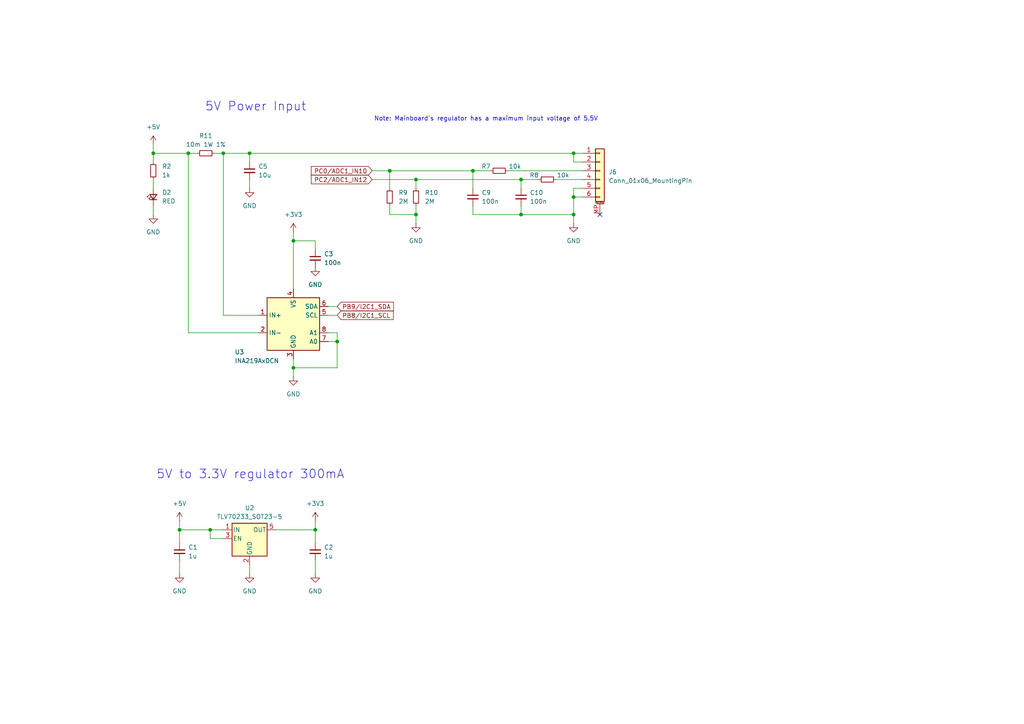
<source format=kicad_sch>
(kicad_sch
	(version 20231120)
	(generator "eeschema")
	(generator_version "8.0")
	(uuid "294e4eab-73e8-4ffe-8d51-c2f57cfc9855")
	(paper "A4")
	(lib_symbols
		(symbol "Connector_Generic_MountingPin:Conn_01x06_MountingPin"
			(pin_names
				(offset 1.016) hide)
			(exclude_from_sim no)
			(in_bom yes)
			(on_board yes)
			(property "Reference" "J"
				(at 0 7.62 0)
				(effects
					(font
						(size 1.27 1.27)
					)
				)
			)
			(property "Value" "Conn_01x06_MountingPin"
				(at 1.27 -10.16 0)
				(effects
					(font
						(size 1.27 1.27)
					)
					(justify left)
				)
			)
			(property "Footprint" ""
				(at 0 0 0)
				(effects
					(font
						(size 1.27 1.27)
					)
					(hide yes)
				)
			)
			(property "Datasheet" "~"
				(at 0 0 0)
				(effects
					(font
						(size 1.27 1.27)
					)
					(hide yes)
				)
			)
			(property "Description" "Generic connectable mounting pin connector, single row, 01x06, script generated (kicad-library-utils/schlib/autogen/connector/)"
				(at 0 0 0)
				(effects
					(font
						(size 1.27 1.27)
					)
					(hide yes)
				)
			)
			(property "ki_keywords" "connector"
				(at 0 0 0)
				(effects
					(font
						(size 1.27 1.27)
					)
					(hide yes)
				)
			)
			(property "ki_fp_filters" "Connector*:*_1x??-1MP*"
				(at 0 0 0)
				(effects
					(font
						(size 1.27 1.27)
					)
					(hide yes)
				)
			)
			(symbol "Conn_01x06_MountingPin_1_1"
				(rectangle
					(start -1.27 -7.493)
					(end 0 -7.747)
					(stroke
						(width 0.1524)
						(type default)
					)
					(fill
						(type none)
					)
				)
				(rectangle
					(start -1.27 -4.953)
					(end 0 -5.207)
					(stroke
						(width 0.1524)
						(type default)
					)
					(fill
						(type none)
					)
				)
				(rectangle
					(start -1.27 -2.413)
					(end 0 -2.667)
					(stroke
						(width 0.1524)
						(type default)
					)
					(fill
						(type none)
					)
				)
				(rectangle
					(start -1.27 0.127)
					(end 0 -0.127)
					(stroke
						(width 0.1524)
						(type default)
					)
					(fill
						(type none)
					)
				)
				(rectangle
					(start -1.27 2.667)
					(end 0 2.413)
					(stroke
						(width 0.1524)
						(type default)
					)
					(fill
						(type none)
					)
				)
				(rectangle
					(start -1.27 5.207)
					(end 0 4.953)
					(stroke
						(width 0.1524)
						(type default)
					)
					(fill
						(type none)
					)
				)
				(rectangle
					(start -1.27 6.35)
					(end 1.27 -8.89)
					(stroke
						(width 0.254)
						(type default)
					)
					(fill
						(type background)
					)
				)
				(polyline
					(pts
						(xy -1.016 -9.652) (xy 1.016 -9.652)
					)
					(stroke
						(width 0.1524)
						(type default)
					)
					(fill
						(type none)
					)
				)
				(text "Mounting"
					(at 0 -9.271 0)
					(effects
						(font
							(size 0.381 0.381)
						)
					)
				)
				(pin passive line
					(at -5.08 5.08 0)
					(length 3.81)
					(name "Pin_1"
						(effects
							(font
								(size 1.27 1.27)
							)
						)
					)
					(number "1"
						(effects
							(font
								(size 1.27 1.27)
							)
						)
					)
				)
				(pin passive line
					(at -5.08 2.54 0)
					(length 3.81)
					(name "Pin_2"
						(effects
							(font
								(size 1.27 1.27)
							)
						)
					)
					(number "2"
						(effects
							(font
								(size 1.27 1.27)
							)
						)
					)
				)
				(pin passive line
					(at -5.08 0 0)
					(length 3.81)
					(name "Pin_3"
						(effects
							(font
								(size 1.27 1.27)
							)
						)
					)
					(number "3"
						(effects
							(font
								(size 1.27 1.27)
							)
						)
					)
				)
				(pin passive line
					(at -5.08 -2.54 0)
					(length 3.81)
					(name "Pin_4"
						(effects
							(font
								(size 1.27 1.27)
							)
						)
					)
					(number "4"
						(effects
							(font
								(size 1.27 1.27)
							)
						)
					)
				)
				(pin passive line
					(at -5.08 -5.08 0)
					(length 3.81)
					(name "Pin_5"
						(effects
							(font
								(size 1.27 1.27)
							)
						)
					)
					(number "5"
						(effects
							(font
								(size 1.27 1.27)
							)
						)
					)
				)
				(pin passive line
					(at -5.08 -7.62 0)
					(length 3.81)
					(name "Pin_6"
						(effects
							(font
								(size 1.27 1.27)
							)
						)
					)
					(number "6"
						(effects
							(font
								(size 1.27 1.27)
							)
						)
					)
				)
				(pin passive line
					(at 0 -12.7 90)
					(length 3.048)
					(name "MountPin"
						(effects
							(font
								(size 1.27 1.27)
							)
						)
					)
					(number "MP"
						(effects
							(font
								(size 1.27 1.27)
							)
						)
					)
				)
			)
		)
		(symbol "Device:C_Small"
			(pin_numbers hide)
			(pin_names
				(offset 0.254) hide)
			(exclude_from_sim no)
			(in_bom yes)
			(on_board yes)
			(property "Reference" "C"
				(at 0.254 1.778 0)
				(effects
					(font
						(size 1.27 1.27)
					)
					(justify left)
				)
			)
			(property "Value" "C_Small"
				(at 0.254 -2.032 0)
				(effects
					(font
						(size 1.27 1.27)
					)
					(justify left)
				)
			)
			(property "Footprint" ""
				(at 0 0 0)
				(effects
					(font
						(size 1.27 1.27)
					)
					(hide yes)
				)
			)
			(property "Datasheet" "~"
				(at 0 0 0)
				(effects
					(font
						(size 1.27 1.27)
					)
					(hide yes)
				)
			)
			(property "Description" "Unpolarized capacitor, small symbol"
				(at 0 0 0)
				(effects
					(font
						(size 1.27 1.27)
					)
					(hide yes)
				)
			)
			(property "ki_keywords" "capacitor cap"
				(at 0 0 0)
				(effects
					(font
						(size 1.27 1.27)
					)
					(hide yes)
				)
			)
			(property "ki_fp_filters" "C_*"
				(at 0 0 0)
				(effects
					(font
						(size 1.27 1.27)
					)
					(hide yes)
				)
			)
			(symbol "C_Small_0_1"
				(polyline
					(pts
						(xy -1.524 -0.508) (xy 1.524 -0.508)
					)
					(stroke
						(width 0.3302)
						(type default)
					)
					(fill
						(type none)
					)
				)
				(polyline
					(pts
						(xy -1.524 0.508) (xy 1.524 0.508)
					)
					(stroke
						(width 0.3048)
						(type default)
					)
					(fill
						(type none)
					)
				)
			)
			(symbol "C_Small_1_1"
				(pin passive line
					(at 0 2.54 270)
					(length 2.032)
					(name "~"
						(effects
							(font
								(size 1.27 1.27)
							)
						)
					)
					(number "1"
						(effects
							(font
								(size 1.27 1.27)
							)
						)
					)
				)
				(pin passive line
					(at 0 -2.54 90)
					(length 2.032)
					(name "~"
						(effects
							(font
								(size 1.27 1.27)
							)
						)
					)
					(number "2"
						(effects
							(font
								(size 1.27 1.27)
							)
						)
					)
				)
			)
		)
		(symbol "Device:LED_Small"
			(pin_numbers hide)
			(pin_names
				(offset 0.254) hide)
			(exclude_from_sim no)
			(in_bom yes)
			(on_board yes)
			(property "Reference" "D"
				(at -1.27 3.175 0)
				(effects
					(font
						(size 1.27 1.27)
					)
					(justify left)
				)
			)
			(property "Value" "LED_Small"
				(at -4.445 -2.54 0)
				(effects
					(font
						(size 1.27 1.27)
					)
					(justify left)
				)
			)
			(property "Footprint" ""
				(at 0 0 90)
				(effects
					(font
						(size 1.27 1.27)
					)
					(hide yes)
				)
			)
			(property "Datasheet" "~"
				(at 0 0 90)
				(effects
					(font
						(size 1.27 1.27)
					)
					(hide yes)
				)
			)
			(property "Description" "Light emitting diode, small symbol"
				(at 0 0 0)
				(effects
					(font
						(size 1.27 1.27)
					)
					(hide yes)
				)
			)
			(property "ki_keywords" "LED diode light-emitting-diode"
				(at 0 0 0)
				(effects
					(font
						(size 1.27 1.27)
					)
					(hide yes)
				)
			)
			(property "ki_fp_filters" "LED* LED_SMD:* LED_THT:*"
				(at 0 0 0)
				(effects
					(font
						(size 1.27 1.27)
					)
					(hide yes)
				)
			)
			(symbol "LED_Small_0_1"
				(polyline
					(pts
						(xy -0.762 -1.016) (xy -0.762 1.016)
					)
					(stroke
						(width 0.254)
						(type default)
					)
					(fill
						(type none)
					)
				)
				(polyline
					(pts
						(xy 1.016 0) (xy -0.762 0)
					)
					(stroke
						(width 0)
						(type default)
					)
					(fill
						(type none)
					)
				)
				(polyline
					(pts
						(xy 0.762 -1.016) (xy -0.762 0) (xy 0.762 1.016) (xy 0.762 -1.016)
					)
					(stroke
						(width 0.254)
						(type default)
					)
					(fill
						(type none)
					)
				)
				(polyline
					(pts
						(xy 0 0.762) (xy -0.508 1.27) (xy -0.254 1.27) (xy -0.508 1.27) (xy -0.508 1.016)
					)
					(stroke
						(width 0)
						(type default)
					)
					(fill
						(type none)
					)
				)
				(polyline
					(pts
						(xy 0.508 1.27) (xy 0 1.778) (xy 0.254 1.778) (xy 0 1.778) (xy 0 1.524)
					)
					(stroke
						(width 0)
						(type default)
					)
					(fill
						(type none)
					)
				)
			)
			(symbol "LED_Small_1_1"
				(pin passive line
					(at -2.54 0 0)
					(length 1.778)
					(name "K"
						(effects
							(font
								(size 1.27 1.27)
							)
						)
					)
					(number "1"
						(effects
							(font
								(size 1.27 1.27)
							)
						)
					)
				)
				(pin passive line
					(at 2.54 0 180)
					(length 1.778)
					(name "A"
						(effects
							(font
								(size 1.27 1.27)
							)
						)
					)
					(number "2"
						(effects
							(font
								(size 1.27 1.27)
							)
						)
					)
				)
			)
		)
		(symbol "Device:R_Small"
			(pin_numbers hide)
			(pin_names
				(offset 0.254) hide)
			(exclude_from_sim no)
			(in_bom yes)
			(on_board yes)
			(property "Reference" "R"
				(at 0.762 0.508 0)
				(effects
					(font
						(size 1.27 1.27)
					)
					(justify left)
				)
			)
			(property "Value" "R_Small"
				(at 0.762 -1.016 0)
				(effects
					(font
						(size 1.27 1.27)
					)
					(justify left)
				)
			)
			(property "Footprint" ""
				(at 0 0 0)
				(effects
					(font
						(size 1.27 1.27)
					)
					(hide yes)
				)
			)
			(property "Datasheet" "~"
				(at 0 0 0)
				(effects
					(font
						(size 1.27 1.27)
					)
					(hide yes)
				)
			)
			(property "Description" "Resistor, small symbol"
				(at 0 0 0)
				(effects
					(font
						(size 1.27 1.27)
					)
					(hide yes)
				)
			)
			(property "ki_keywords" "R resistor"
				(at 0 0 0)
				(effects
					(font
						(size 1.27 1.27)
					)
					(hide yes)
				)
			)
			(property "ki_fp_filters" "R_*"
				(at 0 0 0)
				(effects
					(font
						(size 1.27 1.27)
					)
					(hide yes)
				)
			)
			(symbol "R_Small_0_1"
				(rectangle
					(start -0.762 1.778)
					(end 0.762 -1.778)
					(stroke
						(width 0.2032)
						(type default)
					)
					(fill
						(type none)
					)
				)
			)
			(symbol "R_Small_1_1"
				(pin passive line
					(at 0 2.54 270)
					(length 0.762)
					(name "~"
						(effects
							(font
								(size 1.27 1.27)
							)
						)
					)
					(number "1"
						(effects
							(font
								(size 1.27 1.27)
							)
						)
					)
				)
				(pin passive line
					(at 0 -2.54 90)
					(length 0.762)
					(name "~"
						(effects
							(font
								(size 1.27 1.27)
							)
						)
					)
					(number "2"
						(effects
							(font
								(size 1.27 1.27)
							)
						)
					)
				)
			)
		)
		(symbol "Regulator_Linear:TLV70233_SOT23-5"
			(pin_names
				(offset 0.254)
			)
			(exclude_from_sim no)
			(in_bom yes)
			(on_board yes)
			(property "Reference" "U"
				(at -3.81 5.715 0)
				(effects
					(font
						(size 1.27 1.27)
					)
				)
			)
			(property "Value" "TLV70233_SOT23-5"
				(at 0 5.715 0)
				(effects
					(font
						(size 1.27 1.27)
					)
					(justify left)
				)
			)
			(property "Footprint" "Package_TO_SOT_SMD:SOT-23-5"
				(at 0 8.255 0)
				(effects
					(font
						(size 1.27 1.27)
						(italic yes)
					)
					(hide yes)
				)
			)
			(property "Datasheet" "http://www.ti.com/lit/ds/symlink/tlv702.pdf"
				(at 0 1.27 0)
				(effects
					(font
						(size 1.27 1.27)
					)
					(hide yes)
				)
			)
			(property "Description" "300mA Low Dropout Voltage Regulator, Fixed Output 3.3V, SOT-23-5"
				(at 0 0 0)
				(effects
					(font
						(size 1.27 1.27)
					)
					(hide yes)
				)
			)
			(property "ki_keywords" "300mA LDO Regulator Fixed Positive"
				(at 0 0 0)
				(effects
					(font
						(size 1.27 1.27)
					)
					(hide yes)
				)
			)
			(property "ki_fp_filters" "SOT?23*"
				(at 0 0 0)
				(effects
					(font
						(size 1.27 1.27)
					)
					(hide yes)
				)
			)
			(symbol "TLV70233_SOT23-5_0_1"
				(rectangle
					(start -5.08 4.445)
					(end 5.08 -5.08)
					(stroke
						(width 0.254)
						(type default)
					)
					(fill
						(type background)
					)
				)
			)
			(symbol "TLV70233_SOT23-5_1_1"
				(pin power_in line
					(at -7.62 2.54 0)
					(length 2.54)
					(name "IN"
						(effects
							(font
								(size 1.27 1.27)
							)
						)
					)
					(number "1"
						(effects
							(font
								(size 1.27 1.27)
							)
						)
					)
				)
				(pin power_in line
					(at 0 -7.62 90)
					(length 2.54)
					(name "GND"
						(effects
							(font
								(size 1.27 1.27)
							)
						)
					)
					(number "2"
						(effects
							(font
								(size 1.27 1.27)
							)
						)
					)
				)
				(pin input line
					(at -7.62 0 0)
					(length 2.54)
					(name "EN"
						(effects
							(font
								(size 1.27 1.27)
							)
						)
					)
					(number "3"
						(effects
							(font
								(size 1.27 1.27)
							)
						)
					)
				)
				(pin no_connect line
					(at 5.08 0 180)
					(length 2.54) hide
					(name "NC"
						(effects
							(font
								(size 1.27 1.27)
							)
						)
					)
					(number "4"
						(effects
							(font
								(size 1.27 1.27)
							)
						)
					)
				)
				(pin power_out line
					(at 7.62 2.54 180)
					(length 2.54)
					(name "OUT"
						(effects
							(font
								(size 1.27 1.27)
							)
						)
					)
					(number "5"
						(effects
							(font
								(size 1.27 1.27)
							)
						)
					)
				)
			)
		)
		(symbol "Sensor_Energy:INA219AxDCN"
			(exclude_from_sim no)
			(in_bom yes)
			(on_board yes)
			(property "Reference" "U"
				(at -6.35 8.89 0)
				(effects
					(font
						(size 1.27 1.27)
					)
				)
			)
			(property "Value" "INA219AxDCN"
				(at 6.35 8.89 0)
				(effects
					(font
						(size 1.27 1.27)
					)
				)
			)
			(property "Footprint" "Package_TO_SOT_SMD:SOT-23-8"
				(at 16.51 -8.89 0)
				(effects
					(font
						(size 1.27 1.27)
					)
					(hide yes)
				)
			)
			(property "Datasheet" "http://www.ti.com/lit/ds/symlink/ina219.pdf"
				(at 8.89 -2.54 0)
				(effects
					(font
						(size 1.27 1.27)
					)
					(hide yes)
				)
			)
			(property "Description" "Zero-Drift, Bidirectional Current/Power Monitor (0-26V) With I2C Interface, SOT-23-8"
				(at 0 0 0)
				(effects
					(font
						(size 1.27 1.27)
					)
					(hide yes)
				)
			)
			(property "ki_keywords" "ADC I2C 16-Bit Oversampling Current Shunt"
				(at 0 0 0)
				(effects
					(font
						(size 1.27 1.27)
					)
					(hide yes)
				)
			)
			(property "ki_fp_filters" "SOT?23*"
				(at 0 0 0)
				(effects
					(font
						(size 1.27 1.27)
					)
					(hide yes)
				)
			)
			(symbol "INA219AxDCN_0_1"
				(rectangle
					(start -7.62 7.62)
					(end 7.62 -7.62)
					(stroke
						(width 0.254)
						(type default)
					)
					(fill
						(type background)
					)
				)
			)
			(symbol "INA219AxDCN_1_1"
				(pin input line
					(at -10.16 2.54 0)
					(length 2.54)
					(name "IN+"
						(effects
							(font
								(size 1.27 1.27)
							)
						)
					)
					(number "1"
						(effects
							(font
								(size 1.27 1.27)
							)
						)
					)
				)
				(pin input line
					(at -10.16 -2.54 0)
					(length 2.54)
					(name "IN-"
						(effects
							(font
								(size 1.27 1.27)
							)
						)
					)
					(number "2"
						(effects
							(font
								(size 1.27 1.27)
							)
						)
					)
				)
				(pin power_in line
					(at 0 -10.16 90)
					(length 2.54)
					(name "GND"
						(effects
							(font
								(size 1.27 1.27)
							)
						)
					)
					(number "3"
						(effects
							(font
								(size 1.27 1.27)
							)
						)
					)
				)
				(pin power_in line
					(at 0 10.16 270)
					(length 2.54)
					(name "VS"
						(effects
							(font
								(size 1.27 1.27)
							)
						)
					)
					(number "4"
						(effects
							(font
								(size 1.27 1.27)
							)
						)
					)
				)
				(pin input line
					(at 10.16 2.54 180)
					(length 2.54)
					(name "SCL"
						(effects
							(font
								(size 1.27 1.27)
							)
						)
					)
					(number "5"
						(effects
							(font
								(size 1.27 1.27)
							)
						)
					)
				)
				(pin bidirectional line
					(at 10.16 5.08 180)
					(length 2.54)
					(name "SDA"
						(effects
							(font
								(size 1.27 1.27)
							)
						)
					)
					(number "6"
						(effects
							(font
								(size 1.27 1.27)
							)
						)
					)
				)
				(pin input line
					(at 10.16 -5.08 180)
					(length 2.54)
					(name "A0"
						(effects
							(font
								(size 1.27 1.27)
							)
						)
					)
					(number "7"
						(effects
							(font
								(size 1.27 1.27)
							)
						)
					)
				)
				(pin input line
					(at 10.16 -2.54 180)
					(length 2.54)
					(name "A1"
						(effects
							(font
								(size 1.27 1.27)
							)
						)
					)
					(number "8"
						(effects
							(font
								(size 1.27 1.27)
							)
						)
					)
				)
			)
		)
		(symbol "power:+3V3"
			(power)
			(pin_numbers hide)
			(pin_names
				(offset 0) hide)
			(exclude_from_sim no)
			(in_bom yes)
			(on_board yes)
			(property "Reference" "#PWR"
				(at 0 -3.81 0)
				(effects
					(font
						(size 1.27 1.27)
					)
					(hide yes)
				)
			)
			(property "Value" "+3V3"
				(at 0 3.556 0)
				(effects
					(font
						(size 1.27 1.27)
					)
				)
			)
			(property "Footprint" ""
				(at 0 0 0)
				(effects
					(font
						(size 1.27 1.27)
					)
					(hide yes)
				)
			)
			(property "Datasheet" ""
				(at 0 0 0)
				(effects
					(font
						(size 1.27 1.27)
					)
					(hide yes)
				)
			)
			(property "Description" "Power symbol creates a global label with name \"+3V3\""
				(at 0 0 0)
				(effects
					(font
						(size 1.27 1.27)
					)
					(hide yes)
				)
			)
			(property "ki_keywords" "global power"
				(at 0 0 0)
				(effects
					(font
						(size 1.27 1.27)
					)
					(hide yes)
				)
			)
			(symbol "+3V3_0_1"
				(polyline
					(pts
						(xy -0.762 1.27) (xy 0 2.54)
					)
					(stroke
						(width 0)
						(type default)
					)
					(fill
						(type none)
					)
				)
				(polyline
					(pts
						(xy 0 0) (xy 0 2.54)
					)
					(stroke
						(width 0)
						(type default)
					)
					(fill
						(type none)
					)
				)
				(polyline
					(pts
						(xy 0 2.54) (xy 0.762 1.27)
					)
					(stroke
						(width 0)
						(type default)
					)
					(fill
						(type none)
					)
				)
			)
			(symbol "+3V3_1_1"
				(pin power_in line
					(at 0 0 90)
					(length 0)
					(name "~"
						(effects
							(font
								(size 1.27 1.27)
							)
						)
					)
					(number "1"
						(effects
							(font
								(size 1.27 1.27)
							)
						)
					)
				)
			)
		)
		(symbol "power:+5V"
			(power)
			(pin_numbers hide)
			(pin_names
				(offset 0) hide)
			(exclude_from_sim no)
			(in_bom yes)
			(on_board yes)
			(property "Reference" "#PWR"
				(at 0 -3.81 0)
				(effects
					(font
						(size 1.27 1.27)
					)
					(hide yes)
				)
			)
			(property "Value" "+5V"
				(at 0 3.556 0)
				(effects
					(font
						(size 1.27 1.27)
					)
				)
			)
			(property "Footprint" ""
				(at 0 0 0)
				(effects
					(font
						(size 1.27 1.27)
					)
					(hide yes)
				)
			)
			(property "Datasheet" ""
				(at 0 0 0)
				(effects
					(font
						(size 1.27 1.27)
					)
					(hide yes)
				)
			)
			(property "Description" "Power symbol creates a global label with name \"+5V\""
				(at 0 0 0)
				(effects
					(font
						(size 1.27 1.27)
					)
					(hide yes)
				)
			)
			(property "ki_keywords" "global power"
				(at 0 0 0)
				(effects
					(font
						(size 1.27 1.27)
					)
					(hide yes)
				)
			)
			(symbol "+5V_0_1"
				(polyline
					(pts
						(xy -0.762 1.27) (xy 0 2.54)
					)
					(stroke
						(width 0)
						(type default)
					)
					(fill
						(type none)
					)
				)
				(polyline
					(pts
						(xy 0 0) (xy 0 2.54)
					)
					(stroke
						(width 0)
						(type default)
					)
					(fill
						(type none)
					)
				)
				(polyline
					(pts
						(xy 0 2.54) (xy 0.762 1.27)
					)
					(stroke
						(width 0)
						(type default)
					)
					(fill
						(type none)
					)
				)
			)
			(symbol "+5V_1_1"
				(pin power_in line
					(at 0 0 90)
					(length 0)
					(name "~"
						(effects
							(font
								(size 1.27 1.27)
							)
						)
					)
					(number "1"
						(effects
							(font
								(size 1.27 1.27)
							)
						)
					)
				)
			)
		)
		(symbol "power:GND"
			(power)
			(pin_numbers hide)
			(pin_names
				(offset 0) hide)
			(exclude_from_sim no)
			(in_bom yes)
			(on_board yes)
			(property "Reference" "#PWR"
				(at 0 -6.35 0)
				(effects
					(font
						(size 1.27 1.27)
					)
					(hide yes)
				)
			)
			(property "Value" "GND"
				(at 0 -3.81 0)
				(effects
					(font
						(size 1.27 1.27)
					)
				)
			)
			(property "Footprint" ""
				(at 0 0 0)
				(effects
					(font
						(size 1.27 1.27)
					)
					(hide yes)
				)
			)
			(property "Datasheet" ""
				(at 0 0 0)
				(effects
					(font
						(size 1.27 1.27)
					)
					(hide yes)
				)
			)
			(property "Description" "Power symbol creates a global label with name \"GND\" , ground"
				(at 0 0 0)
				(effects
					(font
						(size 1.27 1.27)
					)
					(hide yes)
				)
			)
			(property "ki_keywords" "global power"
				(at 0 0 0)
				(effects
					(font
						(size 1.27 1.27)
					)
					(hide yes)
				)
			)
			(symbol "GND_0_1"
				(polyline
					(pts
						(xy 0 0) (xy 0 -1.27) (xy 1.27 -1.27) (xy 0 -2.54) (xy -1.27 -1.27) (xy 0 -1.27)
					)
					(stroke
						(width 0)
						(type default)
					)
					(fill
						(type none)
					)
				)
			)
			(symbol "GND_1_1"
				(pin power_in line
					(at 0 0 270)
					(length 0)
					(name "~"
						(effects
							(font
								(size 1.27 1.27)
							)
						)
					)
					(number "1"
						(effects
							(font
								(size 1.27 1.27)
							)
						)
					)
				)
			)
		)
	)
	(junction
		(at 166.37 57.15)
		(diameter 0)
		(color 0 0 0 0)
		(uuid "00695d05-1d24-4808-b294-8e5f6e8e3782")
	)
	(junction
		(at 166.37 62.23)
		(diameter 0)
		(color 0 0 0 0)
		(uuid "01a2ccee-747a-4c6e-b4cd-b5524a05ba7c")
	)
	(junction
		(at 166.37 44.45)
		(diameter 0)
		(color 0 0 0 0)
		(uuid "0c8d9d4f-4af4-4d3b-ae07-ac3adf69486e")
	)
	(junction
		(at 85.09 106.68)
		(diameter 0)
		(color 0 0 0 0)
		(uuid "166882cc-43b1-4a08-9a77-b2e301cdce5c")
	)
	(junction
		(at 91.44 153.67)
		(diameter 0)
		(color 0 0 0 0)
		(uuid "1c59548f-62a6-41e9-857e-488d0beb0ae4")
	)
	(junction
		(at 151.13 62.23)
		(diameter 0)
		(color 0 0 0 0)
		(uuid "33525d77-c974-4ef7-824c-b055e0e8f5e4")
	)
	(junction
		(at 64.77 44.45)
		(diameter 0)
		(color 0 0 0 0)
		(uuid "4131fd34-ad3a-4ddb-9a97-7eb6da67c121")
	)
	(junction
		(at 85.09 69.85)
		(diameter 0)
		(color 0 0 0 0)
		(uuid "57603ff0-2010-4d62-9ed5-7a5561a77e4e")
	)
	(junction
		(at 113.03 49.53)
		(diameter 0)
		(color 0 0 0 0)
		(uuid "653a348b-77b7-42eb-a716-ad6563240258")
	)
	(junction
		(at 60.96 153.67)
		(diameter 0)
		(color 0 0 0 0)
		(uuid "6aa2a65c-a080-4e38-9b94-4f23cd3f62c9")
	)
	(junction
		(at 52.07 153.67)
		(diameter 0)
		(color 0 0 0 0)
		(uuid "a0c1b2e9-bb55-497f-9ae2-124534f9d586")
	)
	(junction
		(at 120.65 62.23)
		(diameter 0)
		(color 0 0 0 0)
		(uuid "a77b4958-59f6-462f-9d69-0e92d6828162")
	)
	(junction
		(at 137.16 49.53)
		(diameter 0)
		(color 0 0 0 0)
		(uuid "b2c42ccd-f12c-4cf2-92d4-4215bd521ba2")
	)
	(junction
		(at 151.13 52.07)
		(diameter 0)
		(color 0 0 0 0)
		(uuid "cc576b37-3edc-4d3c-97da-b081f6c55834")
	)
	(junction
		(at 120.65 52.07)
		(diameter 0)
		(color 0 0 0 0)
		(uuid "e67f0de2-ad92-43bb-aa39-aa61fc9cc222")
	)
	(junction
		(at 44.45 44.45)
		(diameter 0)
		(color 0 0 0 0)
		(uuid "eee79b4c-2eef-4e17-85fb-5219b2af490a")
	)
	(junction
		(at 54.61 44.45)
		(diameter 0)
		(color 0 0 0 0)
		(uuid "f7230a83-ba23-4488-8117-ecf46c8d756d")
	)
	(junction
		(at 72.39 44.45)
		(diameter 0)
		(color 0 0 0 0)
		(uuid "fba668b8-d80d-4482-82b4-3f7b0698b0e5")
	)
	(junction
		(at 97.79 99.06)
		(diameter 0)
		(color 0 0 0 0)
		(uuid "fcf378e6-475e-4544-98a8-971665e2affe")
	)
	(no_connect
		(at 173.99 62.23)
		(uuid "f0fbaf9f-de71-4957-b3c4-fda6a0213528")
	)
	(wire
		(pts
			(xy 52.07 157.48) (xy 52.07 153.67)
		)
		(stroke
			(width 0)
			(type default)
		)
		(uuid "07841ae2-7ac3-4ed8-9fd2-2869f32edf04")
	)
	(wire
		(pts
			(xy 62.23 44.45) (xy 64.77 44.45)
		)
		(stroke
			(width 0)
			(type default)
		)
		(uuid "0be49988-af5d-4bbb-a3fe-2a6de43adda1")
	)
	(wire
		(pts
			(xy 97.79 106.68) (xy 97.79 99.06)
		)
		(stroke
			(width 0)
			(type default)
		)
		(uuid "0c25c913-35dd-4941-8ca8-7ab49c4ebe07")
	)
	(wire
		(pts
			(xy 151.13 52.07) (xy 151.13 54.61)
		)
		(stroke
			(width 0)
			(type default)
		)
		(uuid "0c705c53-c7bd-413a-a6a1-c5cf637149ab")
	)
	(wire
		(pts
			(xy 54.61 44.45) (xy 57.15 44.45)
		)
		(stroke
			(width 0)
			(type default)
		)
		(uuid "1a574afe-50dc-4d32-8c8d-e664ce741eed")
	)
	(wire
		(pts
			(xy 137.16 62.23) (xy 151.13 62.23)
		)
		(stroke
			(width 0)
			(type default)
		)
		(uuid "1a9f2e31-d208-468c-8bd6-617883f9927e")
	)
	(wire
		(pts
			(xy 166.37 57.15) (xy 168.91 57.15)
		)
		(stroke
			(width 0)
			(type default)
		)
		(uuid "2338d42e-3b9f-4c6d-bd25-79c35818bc1a")
	)
	(wire
		(pts
			(xy 120.65 52.07) (xy 151.13 52.07)
		)
		(stroke
			(width 0)
			(type default)
		)
		(uuid "29434972-2861-40c9-9a1a-dcb0bade4ef5")
	)
	(wire
		(pts
			(xy 166.37 46.99) (xy 168.91 46.99)
		)
		(stroke
			(width 0)
			(type default)
		)
		(uuid "2c8e8fe6-1ac5-49fe-8f29-4975b111f3c6")
	)
	(wire
		(pts
			(xy 137.16 62.23) (xy 137.16 59.69)
		)
		(stroke
			(width 0)
			(type default)
		)
		(uuid "347081e4-23e2-4c0c-b0b7-826cfcae2b76")
	)
	(wire
		(pts
			(xy 60.96 153.67) (xy 64.77 153.67)
		)
		(stroke
			(width 0)
			(type default)
		)
		(uuid "351e790a-7d58-464f-9f27-d97f7f28782f")
	)
	(wire
		(pts
			(xy 166.37 54.61) (xy 168.91 54.61)
		)
		(stroke
			(width 0)
			(type default)
		)
		(uuid "362e1dba-2aaf-4049-8acf-3703f27a8e0a")
	)
	(wire
		(pts
			(xy 72.39 166.37) (xy 72.39 163.83)
		)
		(stroke
			(width 0)
			(type default)
		)
		(uuid "39df0fd4-962f-4e07-a4c4-70c816a31399")
	)
	(wire
		(pts
			(xy 107.95 52.07) (xy 120.65 52.07)
		)
		(stroke
			(width 0)
			(type default)
		)
		(uuid "416d8d8d-9ee1-40cf-bf0d-97aae3d730f1")
	)
	(wire
		(pts
			(xy 44.45 44.45) (xy 44.45 41.91)
		)
		(stroke
			(width 0)
			(type default)
		)
		(uuid "448a9bbf-bad2-44a6-a5d8-3f0613487f9c")
	)
	(wire
		(pts
			(xy 80.01 153.67) (xy 91.44 153.67)
		)
		(stroke
			(width 0)
			(type default)
		)
		(uuid "4509519a-5fd5-4027-a5ee-fd91e802a8b5")
	)
	(wire
		(pts
			(xy 97.79 88.9) (xy 95.25 88.9)
		)
		(stroke
			(width 0)
			(type default)
		)
		(uuid "4a02d9ad-7d2b-4421-89cf-5647842310c8")
	)
	(wire
		(pts
			(xy 107.95 49.53) (xy 113.03 49.53)
		)
		(stroke
			(width 0)
			(type default)
		)
		(uuid "4a02e2de-62bc-4dd7-90ff-c61e9ecde03a")
	)
	(wire
		(pts
			(xy 52.07 162.56) (xy 52.07 166.37)
		)
		(stroke
			(width 0)
			(type default)
		)
		(uuid "4a8ad476-ef86-43f4-b18e-a5d0634ed774")
	)
	(wire
		(pts
			(xy 85.09 109.22) (xy 85.09 106.68)
		)
		(stroke
			(width 0)
			(type default)
		)
		(uuid "4d8fc4e3-ea06-4856-9a65-a4bd3379416f")
	)
	(wire
		(pts
			(xy 72.39 44.45) (xy 72.39 46.99)
		)
		(stroke
			(width 0)
			(type default)
		)
		(uuid "4ecf1795-6330-4bb3-82c7-28de26b95178")
	)
	(wire
		(pts
			(xy 120.65 52.07) (xy 120.65 54.61)
		)
		(stroke
			(width 0)
			(type default)
		)
		(uuid "55359543-e073-40e2-a7fb-a9c8781c5279")
	)
	(wire
		(pts
			(xy 44.45 44.45) (xy 54.61 44.45)
		)
		(stroke
			(width 0)
			(type default)
		)
		(uuid "5be878f5-9154-42db-8187-62c885229904")
	)
	(wire
		(pts
			(xy 85.09 106.68) (xy 85.09 104.14)
		)
		(stroke
			(width 0)
			(type default)
		)
		(uuid "5cc54fde-a351-418d-8814-06dfafc05921")
	)
	(wire
		(pts
			(xy 113.03 62.23) (xy 113.03 59.69)
		)
		(stroke
			(width 0)
			(type default)
		)
		(uuid "5e51bb6a-787d-4b68-a010-c4d466f6e518")
	)
	(wire
		(pts
			(xy 52.07 151.13) (xy 52.07 153.67)
		)
		(stroke
			(width 0)
			(type default)
		)
		(uuid "602bb716-cf73-47df-8606-5a78833e2112")
	)
	(wire
		(pts
			(xy 91.44 153.67) (xy 91.44 157.48)
		)
		(stroke
			(width 0)
			(type default)
		)
		(uuid "61da0f5f-e733-4492-b240-d504a4ea97fa")
	)
	(wire
		(pts
			(xy 44.45 54.61) (xy 44.45 52.07)
		)
		(stroke
			(width 0)
			(type default)
		)
		(uuid "641c0a94-5730-49ce-b74e-e021c64609c1")
	)
	(wire
		(pts
			(xy 52.07 153.67) (xy 60.96 153.67)
		)
		(stroke
			(width 0)
			(type default)
		)
		(uuid "66810f96-d44b-4e1a-b4af-8c5ed31d7b28")
	)
	(wire
		(pts
			(xy 151.13 62.23) (xy 151.13 59.69)
		)
		(stroke
			(width 0)
			(type default)
		)
		(uuid "68f86136-b7a3-4d53-a462-194ef3b1f354")
	)
	(wire
		(pts
			(xy 64.77 156.21) (xy 60.96 156.21)
		)
		(stroke
			(width 0)
			(type default)
		)
		(uuid "6ad51295-50e4-430b-a7f4-8f8ca170087b")
	)
	(wire
		(pts
			(xy 113.03 49.53) (xy 113.03 54.61)
		)
		(stroke
			(width 0)
			(type default)
		)
		(uuid "6d2494a0-8ac6-4b08-a76e-284f153b87a5")
	)
	(wire
		(pts
			(xy 166.37 64.77) (xy 166.37 62.23)
		)
		(stroke
			(width 0)
			(type default)
		)
		(uuid "72e5751c-3f57-4351-8fd4-54d1f2b81aad")
	)
	(wire
		(pts
			(xy 85.09 69.85) (xy 85.09 83.82)
		)
		(stroke
			(width 0)
			(type default)
		)
		(uuid "76b87a5b-a7df-41b1-846f-fe8a6fc49672")
	)
	(wire
		(pts
			(xy 85.09 67.31) (xy 85.09 69.85)
		)
		(stroke
			(width 0)
			(type default)
		)
		(uuid "79287e93-e125-45ae-9bad-68f615050dca")
	)
	(wire
		(pts
			(xy 120.65 62.23) (xy 120.65 59.69)
		)
		(stroke
			(width 0)
			(type default)
		)
		(uuid "7bdfeb69-11e8-4ac1-95d3-bef6b8323d05")
	)
	(wire
		(pts
			(xy 137.16 49.53) (xy 137.16 54.61)
		)
		(stroke
			(width 0)
			(type default)
		)
		(uuid "85174e2e-fe0e-44cd-b438-f3073ba816df")
	)
	(wire
		(pts
			(xy 156.21 52.07) (xy 151.13 52.07)
		)
		(stroke
			(width 0)
			(type default)
		)
		(uuid "8632f869-25c5-45f9-9d60-3e5ccd43da49")
	)
	(wire
		(pts
			(xy 72.39 44.45) (xy 166.37 44.45)
		)
		(stroke
			(width 0)
			(type default)
		)
		(uuid "894017db-4237-4c98-9b7d-0340ea5c8bb3")
	)
	(wire
		(pts
			(xy 64.77 91.44) (xy 64.77 44.45)
		)
		(stroke
			(width 0)
			(type default)
		)
		(uuid "8a27635c-db28-479f-890f-f3e10dd8e37b")
	)
	(wire
		(pts
			(xy 74.93 96.52) (xy 54.61 96.52)
		)
		(stroke
			(width 0)
			(type default)
		)
		(uuid "8bd8004b-04ca-4955-9775-a74e2bf86f7b")
	)
	(wire
		(pts
			(xy 85.09 69.85) (xy 91.44 69.85)
		)
		(stroke
			(width 0)
			(type default)
		)
		(uuid "9cf82b35-6d02-4b90-b69e-bdb641d91f87")
	)
	(wire
		(pts
			(xy 95.25 96.52) (xy 97.79 96.52)
		)
		(stroke
			(width 0)
			(type default)
		)
		(uuid "9df19757-62b9-476a-96ba-437a3e45f16a")
	)
	(wire
		(pts
			(xy 60.96 156.21) (xy 60.96 153.67)
		)
		(stroke
			(width 0)
			(type default)
		)
		(uuid "9eb309a3-69bf-4b52-8d18-bd6a4dbc4b34")
	)
	(wire
		(pts
			(xy 97.79 96.52) (xy 97.79 99.06)
		)
		(stroke
			(width 0)
			(type default)
		)
		(uuid "a33b6286-6759-4620-bc17-58afffa4de5e")
	)
	(wire
		(pts
			(xy 91.44 151.13) (xy 91.44 153.67)
		)
		(stroke
			(width 0)
			(type default)
		)
		(uuid "a3e0d353-b377-493f-b0ea-714a65a01304")
	)
	(wire
		(pts
			(xy 166.37 44.45) (xy 166.37 46.99)
		)
		(stroke
			(width 0)
			(type default)
		)
		(uuid "a4c874a5-e7a7-44fa-9325-2e92594b4954")
	)
	(wire
		(pts
			(xy 120.65 62.23) (xy 113.03 62.23)
		)
		(stroke
			(width 0)
			(type default)
		)
		(uuid "a544a2da-5583-4749-b480-efd0973c06a0")
	)
	(wire
		(pts
			(xy 166.37 57.15) (xy 166.37 54.61)
		)
		(stroke
			(width 0)
			(type default)
		)
		(uuid "a69a0274-de58-437c-a831-ddd0eb32462c")
	)
	(wire
		(pts
			(xy 74.93 91.44) (xy 64.77 91.44)
		)
		(stroke
			(width 0)
			(type default)
		)
		(uuid "abfa1d24-2ca0-4b00-b1d5-73fadfbc9a45")
	)
	(wire
		(pts
			(xy 72.39 52.07) (xy 72.39 54.61)
		)
		(stroke
			(width 0)
			(type default)
		)
		(uuid "afdeb59d-aea3-4b85-9512-020115fd7cc0")
	)
	(wire
		(pts
			(xy 91.44 69.85) (xy 91.44 72.39)
		)
		(stroke
			(width 0)
			(type default)
		)
		(uuid "b0612ebc-be67-440c-82ce-5f8cae242be0")
	)
	(wire
		(pts
			(xy 97.79 99.06) (xy 95.25 99.06)
		)
		(stroke
			(width 0)
			(type default)
		)
		(uuid "b53f1c43-829f-47c3-b16c-279b7f64545c")
	)
	(wire
		(pts
			(xy 44.45 62.23) (xy 44.45 59.69)
		)
		(stroke
			(width 0)
			(type default)
		)
		(uuid "b9b7628c-4452-4dc0-8ab9-437bd874153e")
	)
	(wire
		(pts
			(xy 64.77 44.45) (xy 72.39 44.45)
		)
		(stroke
			(width 0)
			(type default)
		)
		(uuid "bd4034f3-d5bd-4eeb-8a43-e5b33d469dab")
	)
	(wire
		(pts
			(xy 166.37 62.23) (xy 166.37 57.15)
		)
		(stroke
			(width 0)
			(type default)
		)
		(uuid "c77be51a-8ae1-4406-846e-813384255fd8")
	)
	(wire
		(pts
			(xy 137.16 49.53) (xy 142.24 49.53)
		)
		(stroke
			(width 0)
			(type default)
		)
		(uuid "cc64fa5f-2b46-4c09-ab56-b613203c7ea2")
	)
	(wire
		(pts
			(xy 151.13 62.23) (xy 166.37 62.23)
		)
		(stroke
			(width 0)
			(type default)
		)
		(uuid "cf8384aa-98a1-43c8-bb1c-c7893b880ffc")
	)
	(wire
		(pts
			(xy 166.37 44.45) (xy 168.91 44.45)
		)
		(stroke
			(width 0)
			(type default)
		)
		(uuid "d3a99dc5-9f81-4434-a388-6910c289c4f2")
	)
	(wire
		(pts
			(xy 120.65 64.77) (xy 120.65 62.23)
		)
		(stroke
			(width 0)
			(type default)
		)
		(uuid "d72ae2af-7f3d-4c8e-9416-8f0ffda6d396")
	)
	(wire
		(pts
			(xy 161.29 52.07) (xy 168.91 52.07)
		)
		(stroke
			(width 0)
			(type default)
		)
		(uuid "df136c9f-2846-4ab0-8c6d-c2a21413887c")
	)
	(wire
		(pts
			(xy 44.45 44.45) (xy 44.45 46.99)
		)
		(stroke
			(width 0)
			(type default)
		)
		(uuid "e77ba8df-ee9d-4dfa-ac17-cdf12d09c14b")
	)
	(wire
		(pts
			(xy 91.44 162.56) (xy 91.44 166.37)
		)
		(stroke
			(width 0)
			(type default)
		)
		(uuid "e859ad9d-db7f-465d-9f69-0948828b6b49")
	)
	(wire
		(pts
			(xy 97.79 91.44) (xy 95.25 91.44)
		)
		(stroke
			(width 0)
			(type default)
		)
		(uuid "eab50b2d-423e-4ead-8df5-a0801fcaaab9")
	)
	(wire
		(pts
			(xy 147.32 49.53) (xy 168.91 49.53)
		)
		(stroke
			(width 0)
			(type default)
		)
		(uuid "ecc49a16-8a91-4fb3-af6e-3f81c68a8e5e")
	)
	(wire
		(pts
			(xy 113.03 49.53) (xy 137.16 49.53)
		)
		(stroke
			(width 0)
			(type default)
		)
		(uuid "f6ae50fe-f8f5-44c7-8e5c-5dc610c414b5")
	)
	(wire
		(pts
			(xy 85.09 106.68) (xy 97.79 106.68)
		)
		(stroke
			(width 0)
			(type default)
		)
		(uuid "f8dd5ebd-66f8-42b0-9776-30a10d7a4de3")
	)
	(wire
		(pts
			(xy 54.61 96.52) (xy 54.61 44.45)
		)
		(stroke
			(width 0)
			(type default)
		)
		(uuid "fcfed56d-8231-4731-8786-f91ea353c3af")
	)
	(text "5V Power Input"
		(exclude_from_sim no)
		(at 74.168 30.988 0)
		(effects
			(font
				(size 2.54 2.54)
			)
		)
		(uuid "6b11f082-a143-45b6-afe6-a80b3442160f")
	)
	(text "Note: Mainboard's regulator has a maximum input voltage of 5.5V"
		(exclude_from_sim no)
		(at 140.97 34.544 0)
		(effects
			(font
				(size 1.27 1.27)
			)
		)
		(uuid "9d85ba59-9ad3-496d-ba5c-457fdb77f482")
	)
	(text "5V to 3.3V regulator 300mA"
		(exclude_from_sim no)
		(at 72.644 137.668 0)
		(effects
			(font
				(size 2.54 2.54)
			)
		)
		(uuid "f63ce10c-8d8e-4a90-93e5-1de05f6d6831")
	)
	(global_label "PB9{slash}I2C1_SDA"
		(shape input)
		(at 97.79 88.9 0)
		(fields_autoplaced yes)
		(effects
			(font
				(size 1.27 1.27)
			)
			(justify left)
		)
		(uuid "0729a4bd-7232-4543-9cf0-0fcde5ced7cd")
		(property "Intersheetrefs" "${INTERSHEET_REFS}"
			(at 114.6847 88.9 0)
			(effects
				(font
					(size 1.27 1.27)
				)
				(justify left)
				(hide yes)
			)
		)
	)
	(global_label "PC0{slash}ADC1_IN10"
		(shape input)
		(at 107.95 49.53 180)
		(fields_autoplaced yes)
		(effects
			(font
				(size 1.27 1.27)
			)
			(justify right)
		)
		(uuid "50466f28-ef28-4c9f-a1e4-f610ea94c84a")
		(property "Intersheetrefs" "${INTERSHEET_REFS}"
			(at 89.7248 49.53 0)
			(effects
				(font
					(size 1.27 1.27)
				)
				(justify right)
				(hide yes)
			)
		)
	)
	(global_label "PC2{slash}ADC1_IN12"
		(shape input)
		(at 107.95 52.07 180)
		(fields_autoplaced yes)
		(effects
			(font
				(size 1.27 1.27)
			)
			(justify right)
		)
		(uuid "5b6f0e62-df03-4656-8033-25b595984294")
		(property "Intersheetrefs" "${INTERSHEET_REFS}"
			(at 89.7248 52.07 0)
			(effects
				(font
					(size 1.27 1.27)
				)
				(justify right)
				(hide yes)
			)
		)
	)
	(global_label "PB8{slash}I2C1_SCL"
		(shape input)
		(at 97.79 91.44 0)
		(fields_autoplaced yes)
		(effects
			(font
				(size 1.27 1.27)
			)
			(justify left)
		)
		(uuid "91e02254-cb04-4a03-a02f-ff598f5c3867")
		(property "Intersheetrefs" "${INTERSHEET_REFS}"
			(at 114.6242 91.44 0)
			(effects
				(font
					(size 1.27 1.27)
				)
				(justify left)
				(hide yes)
			)
		)
	)
	(symbol
		(lib_id "power:+5V")
		(at 52.07 151.13 0)
		(unit 1)
		(exclude_from_sim no)
		(in_bom yes)
		(on_board yes)
		(dnp no)
		(fields_autoplaced yes)
		(uuid "05e7307a-dfca-46f3-bc95-9a6a08d213a8")
		(property "Reference" "#PWR018"
			(at 52.07 154.94 0)
			(effects
				(font
					(size 1.27 1.27)
				)
				(hide yes)
			)
		)
		(property "Value" "+5V"
			(at 52.07 146.05 0)
			(effects
				(font
					(size 1.27 1.27)
				)
			)
		)
		(property "Footprint" ""
			(at 52.07 151.13 0)
			(effects
				(font
					(size 1.27 1.27)
				)
				(hide yes)
			)
		)
		(property "Datasheet" ""
			(at 52.07 151.13 0)
			(effects
				(font
					(size 1.27 1.27)
				)
				(hide yes)
			)
		)
		(property "Description" "Power symbol creates a global label with name \"+5V\""
			(at 52.07 151.13 0)
			(effects
				(font
					(size 1.27 1.27)
				)
				(hide yes)
			)
		)
		(pin "1"
			(uuid "90a1597a-436f-47f8-89ab-7dde37f8d645")
		)
		(instances
			(project "MiniCarrierBoard"
				(path "/71e3314f-3388-4b61-ae01-17d0f40ab517/42afcc77-5542-4e08-805a-aa45169793b7"
					(reference "#PWR018")
					(unit 1)
				)
			)
		)
	)
	(symbol
		(lib_id "Device:R_Small")
		(at 113.03 57.15 0)
		(unit 1)
		(exclude_from_sim no)
		(in_bom yes)
		(on_board yes)
		(dnp no)
		(fields_autoplaced yes)
		(uuid "11c38609-671a-4875-90b5-fdb4ff7b11b1")
		(property "Reference" "R9"
			(at 115.57 55.8799 0)
			(effects
				(font
					(size 1.27 1.27)
				)
				(justify left)
			)
		)
		(property "Value" "2M"
			(at 115.57 58.4199 0)
			(effects
				(font
					(size 1.27 1.27)
				)
				(justify left)
			)
		)
		(property "Footprint" "Resistor_SMD:R_0402_1005Metric_Pad0.72x0.64mm_HandSolder"
			(at 113.03 57.15 0)
			(effects
				(font
					(size 1.27 1.27)
				)
				(hide yes)
			)
		)
		(property "Datasheet" "~"
			(at 113.03 57.15 0)
			(effects
				(font
					(size 1.27 1.27)
				)
				(hide yes)
			)
		)
		(property "Description" "Resistor, small symbol"
			(at 113.03 57.15 0)
			(effects
				(font
					(size 1.27 1.27)
				)
				(hide yes)
			)
		)
		(property "LCSC Part #" "C138014"
			(at 113.03 57.15 0)
			(effects
				(font
					(size 1.27 1.27)
				)
				(hide yes)
			)
		)
		(pin "1"
			(uuid "691ff83a-35a1-4ff3-8eb5-6f372d67eecc")
		)
		(pin "2"
			(uuid "c8689e86-3cc1-4415-9d3b-dc20e894f579")
		)
		(instances
			(project "MiniCarrierBoard"
				(path "/71e3314f-3388-4b61-ae01-17d0f40ab517/42afcc77-5542-4e08-805a-aa45169793b7"
					(reference "R9")
					(unit 1)
				)
			)
		)
	)
	(symbol
		(lib_id "Device:C_Small")
		(at 52.07 160.02 0)
		(unit 1)
		(exclude_from_sim no)
		(in_bom yes)
		(on_board yes)
		(dnp no)
		(fields_autoplaced yes)
		(uuid "203866cb-df3e-4441-ab5c-df1e5292e204")
		(property "Reference" "C1"
			(at 54.61 158.7562 0)
			(effects
				(font
					(size 1.27 1.27)
				)
				(justify left)
			)
		)
		(property "Value" "1u"
			(at 54.61 161.2962 0)
			(effects
				(font
					(size 1.27 1.27)
				)
				(justify left)
			)
		)
		(property "Footprint" "Capacitor_SMD:C_0402_1005Metric_Pad0.74x0.62mm_HandSolder"
			(at 52.07 160.02 0)
			(effects
				(font
					(size 1.27 1.27)
				)
				(hide yes)
			)
		)
		(property "Datasheet" "~"
			(at 52.07 160.02 0)
			(effects
				(font
					(size 1.27 1.27)
				)
				(hide yes)
			)
		)
		(property "Description" "Unpolarized capacitor, small symbol"
			(at 52.07 160.02 0)
			(effects
				(font
					(size 1.27 1.27)
				)
				(hide yes)
			)
		)
		(property "LCSC Part #" "N/A (C2959727)"
			(at 52.07 160.02 0)
			(effects
				(font
					(size 1.27 1.27)
				)
				(hide yes)
			)
		)
		(pin "1"
			(uuid "d25735b6-7d86-40fb-8ba0-5d18f9bdf920")
		)
		(pin "2"
			(uuid "d4b8a700-c117-40a8-848d-d303882bede1")
		)
		(instances
			(project "MiniCarrierBoard"
				(path "/71e3314f-3388-4b61-ae01-17d0f40ab517/42afcc77-5542-4e08-805a-aa45169793b7"
					(reference "C1")
					(unit 1)
				)
			)
		)
	)
	(symbol
		(lib_id "Device:LED_Small")
		(at 44.45 57.15 90)
		(unit 1)
		(exclude_from_sim no)
		(in_bom yes)
		(on_board yes)
		(dnp no)
		(fields_autoplaced yes)
		(uuid "2b532c66-a9a2-4016-b294-0d840b6e41f3")
		(property "Reference" "D2"
			(at 46.99 55.8164 90)
			(effects
				(font
					(size 1.27 1.27)
				)
				(justify right)
			)
		)
		(property "Value" "RED"
			(at 46.99 58.3564 90)
			(effects
				(font
					(size 1.27 1.27)
				)
				(justify right)
			)
		)
		(property "Footprint" "LED_SMD:LED_0402_1005Metric_Pad0.77x0.64mm_HandSolder"
			(at 44.45 57.15 90)
			(effects
				(font
					(size 1.27 1.27)
				)
				(hide yes)
			)
		)
		(property "Datasheet" "~"
			(at 44.45 57.15 90)
			(effects
				(font
					(size 1.27 1.27)
				)
				(hide yes)
			)
		)
		(property "Description" "Light emitting diode, small symbol"
			(at 44.45 57.15 0)
			(effects
				(font
					(size 1.27 1.27)
				)
				(hide yes)
			)
		)
		(property "LCSC Part #" "N/A (C130719)"
			(at 44.45 57.15 0)
			(effects
				(font
					(size 1.27 1.27)
				)
				(hide yes)
			)
		)
		(pin "1"
			(uuid "527d02a5-42ca-404f-bdb0-cc241dac46ff")
		)
		(pin "2"
			(uuid "f560c0bb-f0ca-45ca-b984-946ba380c8db")
		)
		(instances
			(project "MiniCarrierBoard"
				(path "/71e3314f-3388-4b61-ae01-17d0f40ab517/42afcc77-5542-4e08-805a-aa45169793b7"
					(reference "D2")
					(unit 1)
				)
			)
		)
	)
	(symbol
		(lib_id "power:GND")
		(at 72.39 54.61 0)
		(unit 1)
		(exclude_from_sim no)
		(in_bom yes)
		(on_board yes)
		(dnp no)
		(fields_autoplaced yes)
		(uuid "3082df06-a8c0-426f-946e-168dae22c7ca")
		(property "Reference" "#PWR039"
			(at 72.39 60.96 0)
			(effects
				(font
					(size 1.27 1.27)
				)
				(hide yes)
			)
		)
		(property "Value" "GND"
			(at 72.39 59.69 0)
			(effects
				(font
					(size 1.27 1.27)
				)
			)
		)
		(property "Footprint" ""
			(at 72.39 54.61 0)
			(effects
				(font
					(size 1.27 1.27)
				)
				(hide yes)
			)
		)
		(property "Datasheet" ""
			(at 72.39 54.61 0)
			(effects
				(font
					(size 1.27 1.27)
				)
				(hide yes)
			)
		)
		(property "Description" "Power symbol creates a global label with name \"GND\" , ground"
			(at 72.39 54.61 0)
			(effects
				(font
					(size 1.27 1.27)
				)
				(hide yes)
			)
		)
		(pin "1"
			(uuid "2f38c875-a80b-48e2-bc4a-c97e7861058d")
		)
		(instances
			(project "MiniCarrierBoard"
				(path "/71e3314f-3388-4b61-ae01-17d0f40ab517/42afcc77-5542-4e08-805a-aa45169793b7"
					(reference "#PWR039")
					(unit 1)
				)
			)
		)
	)
	(symbol
		(lib_id "power:+3V3")
		(at 91.44 151.13 0)
		(unit 1)
		(exclude_from_sim no)
		(in_bom yes)
		(on_board yes)
		(dnp no)
		(fields_autoplaced yes)
		(uuid "31c23cf0-a6ea-43d6-b111-a303f05d6d5b")
		(property "Reference" "#PWR021"
			(at 91.44 154.94 0)
			(effects
				(font
					(size 1.27 1.27)
				)
				(hide yes)
			)
		)
		(property "Value" "+3V3"
			(at 91.44 146.05 0)
			(effects
				(font
					(size 1.27 1.27)
				)
			)
		)
		(property "Footprint" ""
			(at 91.44 151.13 0)
			(effects
				(font
					(size 1.27 1.27)
				)
				(hide yes)
			)
		)
		(property "Datasheet" ""
			(at 91.44 151.13 0)
			(effects
				(font
					(size 1.27 1.27)
				)
				(hide yes)
			)
		)
		(property "Description" "Power symbol creates a global label with name \"+3V3\""
			(at 91.44 151.13 0)
			(effects
				(font
					(size 1.27 1.27)
				)
				(hide yes)
			)
		)
		(pin "1"
			(uuid "928642d6-e6d8-4651-9b94-8bce45f05d51")
		)
		(instances
			(project "MiniCarrierBoard"
				(path "/71e3314f-3388-4b61-ae01-17d0f40ab517/42afcc77-5542-4e08-805a-aa45169793b7"
					(reference "#PWR021")
					(unit 1)
				)
			)
		)
	)
	(symbol
		(lib_id "Device:C_Small")
		(at 151.13 57.15 0)
		(unit 1)
		(exclude_from_sim no)
		(in_bom yes)
		(on_board yes)
		(dnp no)
		(fields_autoplaced yes)
		(uuid "37010aa3-b202-4249-bc46-c7a7e43150c9")
		(property "Reference" "C10"
			(at 153.67 55.8862 0)
			(effects
				(font
					(size 1.27 1.27)
				)
				(justify left)
			)
		)
		(property "Value" "100n"
			(at 153.67 58.4262 0)
			(effects
				(font
					(size 1.27 1.27)
				)
				(justify left)
			)
		)
		(property "Footprint" "Capacitor_SMD:C_0402_1005Metric_Pad0.74x0.62mm_HandSolder"
			(at 151.13 57.15 0)
			(effects
				(font
					(size 1.27 1.27)
				)
				(hide yes)
			)
		)
		(property "Datasheet" "~"
			(at 151.13 57.15 0)
			(effects
				(font
					(size 1.27 1.27)
				)
				(hide yes)
			)
		)
		(property "Description" "Unpolarized capacitor, small symbol"
			(at 151.13 57.15 0)
			(effects
				(font
					(size 1.27 1.27)
				)
				(hide yes)
			)
		)
		(property "LCSC Part #" "N/A (C1525)"
			(at 151.13 57.15 0)
			(effects
				(font
					(size 1.27 1.27)
				)
				(hide yes)
			)
		)
		(pin "1"
			(uuid "47361a07-fec6-4669-821a-70fbe5e501c9")
		)
		(pin "2"
			(uuid "5c80d1e8-d285-40af-949f-59d4fbbf57a4")
		)
		(instances
			(project "MiniCarrierBoard"
				(path "/71e3314f-3388-4b61-ae01-17d0f40ab517/42afcc77-5542-4e08-805a-aa45169793b7"
					(reference "C10")
					(unit 1)
				)
			)
		)
	)
	(symbol
		(lib_id "power:GND")
		(at 166.37 64.77 0)
		(unit 1)
		(exclude_from_sim no)
		(in_bom yes)
		(on_board yes)
		(dnp no)
		(fields_autoplaced yes)
		(uuid "4222aa13-83f4-452e-83c0-841419c3226c")
		(property "Reference" "#PWR034"
			(at 166.37 71.12 0)
			(effects
				(font
					(size 1.27 1.27)
				)
				(hide yes)
			)
		)
		(property "Value" "GND"
			(at 166.37 69.85 0)
			(effects
				(font
					(size 1.27 1.27)
				)
			)
		)
		(property "Footprint" ""
			(at 166.37 64.77 0)
			(effects
				(font
					(size 1.27 1.27)
				)
				(hide yes)
			)
		)
		(property "Datasheet" ""
			(at 166.37 64.77 0)
			(effects
				(font
					(size 1.27 1.27)
				)
				(hide yes)
			)
		)
		(property "Description" "Power symbol creates a global label with name \"GND\" , ground"
			(at 166.37 64.77 0)
			(effects
				(font
					(size 1.27 1.27)
				)
				(hide yes)
			)
		)
		(pin "1"
			(uuid "a6c8e4f7-b61a-4408-8cc1-a87263391d14")
		)
		(instances
			(project "MiniCarrierBoard"
				(path "/71e3314f-3388-4b61-ae01-17d0f40ab517/42afcc77-5542-4e08-805a-aa45169793b7"
					(reference "#PWR034")
					(unit 1)
				)
			)
		)
	)
	(symbol
		(lib_id "Connector_Generic_MountingPin:Conn_01x06_MountingPin")
		(at 173.99 49.53 0)
		(unit 1)
		(exclude_from_sim no)
		(in_bom yes)
		(on_board yes)
		(dnp no)
		(fields_autoplaced yes)
		(uuid "4a4967d9-b3d2-45a9-9e1b-95d4505f94a8")
		(property "Reference" "J6"
			(at 176.53 49.8855 0)
			(effects
				(font
					(size 1.27 1.27)
				)
				(justify left)
			)
		)
		(property "Value" "Conn_01x06_MountingPin"
			(at 176.53 52.4255 0)
			(effects
				(font
					(size 1.27 1.27)
				)
				(justify left)
			)
		)
		(property "Footprint" "Connector_JST:JST_GH_BM06B-GHS-TBT_1x06-1MP_P1.25mm_Vertical"
			(at 173.99 49.53 0)
			(effects
				(font
					(size 1.27 1.27)
				)
				(hide yes)
			)
		)
		(property "Datasheet" "~"
			(at 173.99 49.53 0)
			(effects
				(font
					(size 1.27 1.27)
				)
				(hide yes)
			)
		)
		(property "Description" "Generic connectable mounting pin connector, single row, 01x06, script generated (kicad-library-utils/schlib/autogen/connector/)"
			(at 173.99 49.53 0)
			(effects
				(font
					(size 1.27 1.27)
				)
				(hide yes)
			)
		)
		(property "LCSC Part #" "C189892"
			(at 173.99 49.53 0)
			(effects
				(font
					(size 1.27 1.27)
				)
				(hide yes)
			)
		)
		(pin "6"
			(uuid "bcacd100-c205-4d35-af30-7ea929f98a70")
		)
		(pin "2"
			(uuid "bf22b591-7eaf-4118-a29e-e3969a703335")
		)
		(pin "1"
			(uuid "6adb93fd-071d-4609-8e7d-81aa46aa79da")
		)
		(pin "5"
			(uuid "35013230-61fb-4f22-a689-c185b73e3489")
		)
		(pin "4"
			(uuid "2d59c1d6-04f3-424a-bd3f-1e4a6ec5f4e1")
		)
		(pin "MP"
			(uuid "51952555-ed5e-434c-9919-29d7914fe2bb")
		)
		(pin "3"
			(uuid "32963e3b-ab4a-4514-b731-80a4f2f5f9e5")
		)
		(instances
			(project "MiniCarrierBoard"
				(path "/71e3314f-3388-4b61-ae01-17d0f40ab517/42afcc77-5542-4e08-805a-aa45169793b7"
					(reference "J6")
					(unit 1)
				)
			)
		)
	)
	(symbol
		(lib_id "power:+5V")
		(at 44.45 41.91 0)
		(unit 1)
		(exclude_from_sim no)
		(in_bom yes)
		(on_board yes)
		(dnp no)
		(fields_autoplaced yes)
		(uuid "5994ed53-7bb6-4e44-ad68-d2d6a78b6d2a")
		(property "Reference" "#PWR014"
			(at 44.45 45.72 0)
			(effects
				(font
					(size 1.27 1.27)
				)
				(hide yes)
			)
		)
		(property "Value" "+5V"
			(at 44.45 36.83 0)
			(effects
				(font
					(size 1.27 1.27)
				)
			)
		)
		(property "Footprint" ""
			(at 44.45 41.91 0)
			(effects
				(font
					(size 1.27 1.27)
				)
				(hide yes)
			)
		)
		(property "Datasheet" ""
			(at 44.45 41.91 0)
			(effects
				(font
					(size 1.27 1.27)
				)
				(hide yes)
			)
		)
		(property "Description" "Power symbol creates a global label with name \"+5V\""
			(at 44.45 41.91 0)
			(effects
				(font
					(size 1.27 1.27)
				)
				(hide yes)
			)
		)
		(pin "1"
			(uuid "066285a5-4f06-4a5d-a556-8c853250fbbf")
		)
		(instances
			(project "MiniCarrierBoard"
				(path "/71e3314f-3388-4b61-ae01-17d0f40ab517/42afcc77-5542-4e08-805a-aa45169793b7"
					(reference "#PWR014")
					(unit 1)
				)
			)
		)
	)
	(symbol
		(lib_id "Device:R_Small")
		(at 59.69 44.45 90)
		(unit 1)
		(exclude_from_sim no)
		(in_bom yes)
		(on_board yes)
		(dnp no)
		(fields_autoplaced yes)
		(uuid "5c3bd2f2-1670-43ba-ae5d-e1afc3e08ce8")
		(property "Reference" "R11"
			(at 59.69 39.37 90)
			(effects
				(font
					(size 1.27 1.27)
				)
			)
		)
		(property "Value" "10m 1W 1%"
			(at 59.69 41.91 90)
			(effects
				(font
					(size 1.27 1.27)
				)
			)
		)
		(property "Footprint" "Resistor_SMD:R_1206_3216Metric_Pad1.30x1.75mm_HandSolder"
			(at 59.69 44.45 0)
			(effects
				(font
					(size 1.27 1.27)
				)
				(hide yes)
			)
		)
		(property "Datasheet" "~"
			(at 59.69 44.45 0)
			(effects
				(font
					(size 1.27 1.27)
				)
				(hide yes)
			)
		)
		(property "Description" "Resistor, small symbol"
			(at 59.69 44.45 0)
			(effects
				(font
					(size 1.27 1.27)
				)
				(hide yes)
			)
		)
		(property "LCSC Part #" "C7467248"
			(at 59.69 44.45 90)
			(effects
				(font
					(size 1.27 1.27)
				)
				(hide yes)
			)
		)
		(pin "2"
			(uuid "e1dca1b5-3fef-4f0b-a525-18d27eed402a")
		)
		(pin "1"
			(uuid "358349b3-b284-4690-a0a8-8d496e82bdb0")
		)
		(instances
			(project "MiniCarrierBoard"
				(path "/71e3314f-3388-4b61-ae01-17d0f40ab517/42afcc77-5542-4e08-805a-aa45169793b7"
					(reference "R11")
					(unit 1)
				)
			)
		)
	)
	(symbol
		(lib_id "power:GND")
		(at 120.65 64.77 0)
		(unit 1)
		(exclude_from_sim no)
		(in_bom yes)
		(on_board yes)
		(dnp no)
		(fields_autoplaced yes)
		(uuid "5de39f37-d2eb-4822-921f-3faaaefc842f")
		(property "Reference" "#PWR026"
			(at 120.65 71.12 0)
			(effects
				(font
					(size 1.27 1.27)
				)
				(hide yes)
			)
		)
		(property "Value" "GND"
			(at 120.65 69.85 0)
			(effects
				(font
					(size 1.27 1.27)
				)
			)
		)
		(property "Footprint" ""
			(at 120.65 64.77 0)
			(effects
				(font
					(size 1.27 1.27)
				)
				(hide yes)
			)
		)
		(property "Datasheet" ""
			(at 120.65 64.77 0)
			(effects
				(font
					(size 1.27 1.27)
				)
				(hide yes)
			)
		)
		(property "Description" "Power symbol creates a global label with name \"GND\" , ground"
			(at 120.65 64.77 0)
			(effects
				(font
					(size 1.27 1.27)
				)
				(hide yes)
			)
		)
		(pin "1"
			(uuid "0913e526-7f10-4128-9fa9-c02de313a95f")
		)
		(instances
			(project "MiniCarrierBoard"
				(path "/71e3314f-3388-4b61-ae01-17d0f40ab517/42afcc77-5542-4e08-805a-aa45169793b7"
					(reference "#PWR026")
					(unit 1)
				)
			)
		)
	)
	(symbol
		(lib_id "power:GND")
		(at 52.07 166.37 0)
		(unit 1)
		(exclude_from_sim no)
		(in_bom yes)
		(on_board yes)
		(dnp no)
		(fields_autoplaced yes)
		(uuid "6af17b2c-97eb-42ff-a4ec-45610e942276")
		(property "Reference" "#PWR019"
			(at 52.07 172.72 0)
			(effects
				(font
					(size 1.27 1.27)
				)
				(hide yes)
			)
		)
		(property "Value" "GND"
			(at 52.07 171.45 0)
			(effects
				(font
					(size 1.27 1.27)
				)
			)
		)
		(property "Footprint" ""
			(at 52.07 166.37 0)
			(effects
				(font
					(size 1.27 1.27)
				)
				(hide yes)
			)
		)
		(property "Datasheet" ""
			(at 52.07 166.37 0)
			(effects
				(font
					(size 1.27 1.27)
				)
				(hide yes)
			)
		)
		(property "Description" "Power symbol creates a global label with name \"GND\" , ground"
			(at 52.07 166.37 0)
			(effects
				(font
					(size 1.27 1.27)
				)
				(hide yes)
			)
		)
		(pin "1"
			(uuid "5b0cff11-c29e-419a-add5-c14ba2b92141")
		)
		(instances
			(project "MiniCarrierBoard"
				(path "/71e3314f-3388-4b61-ae01-17d0f40ab517/42afcc77-5542-4e08-805a-aa45169793b7"
					(reference "#PWR019")
					(unit 1)
				)
			)
		)
	)
	(symbol
		(lib_id "Device:R_Small")
		(at 44.45 49.53 180)
		(unit 1)
		(exclude_from_sim no)
		(in_bom yes)
		(on_board yes)
		(dnp no)
		(fields_autoplaced yes)
		(uuid "6fda99c2-c547-45e4-9bfd-8cc2786fb48d")
		(property "Reference" "R2"
			(at 46.99 48.2599 0)
			(effects
				(font
					(size 1.27 1.27)
				)
				(justify right)
			)
		)
		(property "Value" "1k"
			(at 46.99 50.7999 0)
			(effects
				(font
					(size 1.27 1.27)
				)
				(justify right)
			)
		)
		(property "Footprint" "Resistor_SMD:R_0402_1005Metric_Pad0.72x0.64mm_HandSolder"
			(at 44.45 49.53 0)
			(effects
				(font
					(size 1.27 1.27)
				)
				(hide yes)
			)
		)
		(property "Datasheet" "~"
			(at 44.45 49.53 0)
			(effects
				(font
					(size 1.27 1.27)
				)
				(hide yes)
			)
		)
		(property "Description" "Resistor, small symbol"
			(at 44.45 49.53 0)
			(effects
				(font
					(size 1.27 1.27)
				)
				(hide yes)
			)
		)
		(property "LCSC Part #" "N/A (C11702)"
			(at 44.45 49.53 0)
			(effects
				(font
					(size 1.27 1.27)
				)
				(hide yes)
			)
		)
		(pin "1"
			(uuid "dfd6d519-541d-415b-841e-c655c5fae24d")
		)
		(pin "2"
			(uuid "2b6f21b4-8d86-41f6-b241-e975fc2c6ddf")
		)
		(instances
			(project "MiniCarrierBoard"
				(path "/71e3314f-3388-4b61-ae01-17d0f40ab517/42afcc77-5542-4e08-805a-aa45169793b7"
					(reference "R2")
					(unit 1)
				)
			)
		)
	)
	(symbol
		(lib_id "Device:C_Small")
		(at 91.44 160.02 0)
		(unit 1)
		(exclude_from_sim no)
		(in_bom yes)
		(on_board yes)
		(dnp no)
		(fields_autoplaced yes)
		(uuid "71f4c0bc-1018-4f44-a1ff-0b0981c100dc")
		(property "Reference" "C2"
			(at 93.98 158.7562 0)
			(effects
				(font
					(size 1.27 1.27)
				)
				(justify left)
			)
		)
		(property "Value" "1u"
			(at 93.98 161.2962 0)
			(effects
				(font
					(size 1.27 1.27)
				)
				(justify left)
			)
		)
		(property "Footprint" "Capacitor_SMD:C_0402_1005Metric_Pad0.74x0.62mm_HandSolder"
			(at 91.44 160.02 0)
			(effects
				(font
					(size 1.27 1.27)
				)
				(hide yes)
			)
		)
		(property "Datasheet" "~"
			(at 91.44 160.02 0)
			(effects
				(font
					(size 1.27 1.27)
				)
				(hide yes)
			)
		)
		(property "Description" "Unpolarized capacitor, small symbol"
			(at 91.44 160.02 0)
			(effects
				(font
					(size 1.27 1.27)
				)
				(hide yes)
			)
		)
		(property "LCSC Part #" "N/A (C2959727)"
			(at 91.44 160.02 0)
			(effects
				(font
					(size 1.27 1.27)
				)
				(hide yes)
			)
		)
		(pin "1"
			(uuid "21cc7cd9-5e67-407e-bc8f-2ce9a2a78fcc")
		)
		(pin "2"
			(uuid "d59d7b2e-c8a6-4d58-aecf-bc6eea679231")
		)
		(instances
			(project "MiniCarrierBoard"
				(path "/71e3314f-3388-4b61-ae01-17d0f40ab517/42afcc77-5542-4e08-805a-aa45169793b7"
					(reference "C2")
					(unit 1)
				)
			)
		)
	)
	(symbol
		(lib_id "power:+5V")
		(at 85.09 67.31 0)
		(unit 1)
		(exclude_from_sim no)
		(in_bom yes)
		(on_board yes)
		(dnp no)
		(fields_autoplaced yes)
		(uuid "7d98aa45-0e40-4545-8c4d-b54747891d7e")
		(property "Reference" "#PWR013"
			(at 85.09 71.12 0)
			(effects
				(font
					(size 1.27 1.27)
				)
				(hide yes)
			)
		)
		(property "Value" "+3V3"
			(at 85.09 62.23 0)
			(effects
				(font
					(size 1.27 1.27)
				)
			)
		)
		(property "Footprint" ""
			(at 85.09 67.31 0)
			(effects
				(font
					(size 1.27 1.27)
				)
				(hide yes)
			)
		)
		(property "Datasheet" ""
			(at 85.09 67.31 0)
			(effects
				(font
					(size 1.27 1.27)
				)
				(hide yes)
			)
		)
		(property "Description" "Power symbol creates a global label with name \"+5V\""
			(at 85.09 67.31 0)
			(effects
				(font
					(size 1.27 1.27)
				)
				(hide yes)
			)
		)
		(pin "1"
			(uuid "2d1f995d-2267-490c-91a7-d69a2d64e182")
		)
		(instances
			(project "MiniCarrierBoard"
				(path "/71e3314f-3388-4b61-ae01-17d0f40ab517/42afcc77-5542-4e08-805a-aa45169793b7"
					(reference "#PWR013")
					(unit 1)
				)
			)
		)
	)
	(symbol
		(lib_id "power:GND")
		(at 91.44 166.37 0)
		(unit 1)
		(exclude_from_sim no)
		(in_bom yes)
		(on_board yes)
		(dnp no)
		(fields_autoplaced yes)
		(uuid "8bdbf718-8533-4472-844b-8ab7e2b762f7")
		(property "Reference" "#PWR022"
			(at 91.44 172.72 0)
			(effects
				(font
					(size 1.27 1.27)
				)
				(hide yes)
			)
		)
		(property "Value" "GND"
			(at 91.44 171.45 0)
			(effects
				(font
					(size 1.27 1.27)
				)
			)
		)
		(property "Footprint" ""
			(at 91.44 166.37 0)
			(effects
				(font
					(size 1.27 1.27)
				)
				(hide yes)
			)
		)
		(property "Datasheet" ""
			(at 91.44 166.37 0)
			(effects
				(font
					(size 1.27 1.27)
				)
				(hide yes)
			)
		)
		(property "Description" "Power symbol creates a global label with name \"GND\" , ground"
			(at 91.44 166.37 0)
			(effects
				(font
					(size 1.27 1.27)
				)
				(hide yes)
			)
		)
		(pin "1"
			(uuid "7bc20f34-8954-4a83-b60f-d0a75b7c4da2")
		)
		(instances
			(project "MiniCarrierBoard"
				(path "/71e3314f-3388-4b61-ae01-17d0f40ab517/42afcc77-5542-4e08-805a-aa45169793b7"
					(reference "#PWR022")
					(unit 1)
				)
			)
		)
	)
	(symbol
		(lib_id "Device:C_Small")
		(at 137.16 57.15 0)
		(unit 1)
		(exclude_from_sim no)
		(in_bom yes)
		(on_board yes)
		(dnp no)
		(fields_autoplaced yes)
		(uuid "99fa3d22-1f34-40da-adbb-e7f3e8aa6cf1")
		(property "Reference" "C9"
			(at 139.7 55.8862 0)
			(effects
				(font
					(size 1.27 1.27)
				)
				(justify left)
			)
		)
		(property "Value" "100n"
			(at 139.7 58.4262 0)
			(effects
				(font
					(size 1.27 1.27)
				)
				(justify left)
			)
		)
		(property "Footprint" "Capacitor_SMD:C_0402_1005Metric_Pad0.74x0.62mm_HandSolder"
			(at 137.16 57.15 0)
			(effects
				(font
					(size 1.27 1.27)
				)
				(hide yes)
			)
		)
		(property "Datasheet" "~"
			(at 137.16 57.15 0)
			(effects
				(font
					(size 1.27 1.27)
				)
				(hide yes)
			)
		)
		(property "Description" "Unpolarized capacitor, small symbol"
			(at 137.16 57.15 0)
			(effects
				(font
					(size 1.27 1.27)
				)
				(hide yes)
			)
		)
		(property "LCSC Part #" "N/A (C1525)"
			(at 137.16 57.15 0)
			(effects
				(font
					(size 1.27 1.27)
				)
				(hide yes)
			)
		)
		(pin "1"
			(uuid "563133a2-45a2-4218-aa6f-8f690e6c88b9")
		)
		(pin "2"
			(uuid "6c2f537c-6062-4e26-a625-8b4a25b2b305")
		)
		(instances
			(project "MiniCarrierBoard"
				(path "/71e3314f-3388-4b61-ae01-17d0f40ab517/42afcc77-5542-4e08-805a-aa45169793b7"
					(reference "C9")
					(unit 1)
				)
			)
		)
	)
	(symbol
		(lib_id "Regulator_Linear:TLV70233_SOT23-5")
		(at 72.39 156.21 0)
		(unit 1)
		(exclude_from_sim no)
		(in_bom yes)
		(on_board yes)
		(dnp no)
		(uuid "9d1ed13f-272d-42da-a9a8-b6219e8d87f3")
		(property "Reference" "U2"
			(at 72.39 147.32 0)
			(effects
				(font
					(size 1.27 1.27)
				)
			)
		)
		(property "Value" "TLV70233_SOT23-5"
			(at 72.39 149.86 0)
			(effects
				(font
					(size 1.27 1.27)
				)
			)
		)
		(property "Footprint" "Package_TO_SOT_SMD:SOT-23-5"
			(at 72.39 147.955 0)
			(effects
				(font
					(size 1.27 1.27)
					(italic yes)
				)
				(hide yes)
			)
		)
		(property "Datasheet" "http://www.ti.com/lit/ds/symlink/tlv702.pdf"
			(at 72.39 154.94 0)
			(effects
				(font
					(size 1.27 1.27)
				)
				(hide yes)
			)
		)
		(property "Description" "300mA Low Dropout Voltage Regulator, Fixed Output 3.3V, SOT-23-5"
			(at 72.39 156.21 0)
			(effects
				(font
					(size 1.27 1.27)
				)
				(hide yes)
			)
		)
		(property "LCSC Part #" "C26833"
			(at 72.39 156.21 0)
			(effects
				(font
					(size 1.27 1.27)
				)
				(hide yes)
			)
		)
		(pin "4"
			(uuid "f8b0f759-ff4d-43ad-be41-7ed867a96b5f")
		)
		(pin "2"
			(uuid "9070fed3-5b27-4540-a91e-618d1ea0d2c0")
		)
		(pin "1"
			(uuid "ce11ec77-e6f4-4870-85cd-e483998f0e94")
		)
		(pin "5"
			(uuid "fff1558d-94aa-4771-81a0-1233f3e420e8")
		)
		(pin "3"
			(uuid "1e640285-e002-48f1-8a4e-ff41138adfe0")
		)
		(instances
			(project "MiniCarrierBoard"
				(path "/71e3314f-3388-4b61-ae01-17d0f40ab517/42afcc77-5542-4e08-805a-aa45169793b7"
					(reference "U2")
					(unit 1)
				)
			)
		)
	)
	(symbol
		(lib_id "power:GND")
		(at 44.45 62.23 0)
		(unit 1)
		(exclude_from_sim no)
		(in_bom yes)
		(on_board yes)
		(dnp no)
		(fields_autoplaced yes)
		(uuid "ad814a45-4ff3-4f44-90d7-d7f03416d4ed")
		(property "Reference" "#PWR02"
			(at 44.45 68.58 0)
			(effects
				(font
					(size 1.27 1.27)
				)
				(hide yes)
			)
		)
		(property "Value" "GND"
			(at 44.45 67.31 0)
			(effects
				(font
					(size 1.27 1.27)
				)
			)
		)
		(property "Footprint" ""
			(at 44.45 62.23 0)
			(effects
				(font
					(size 1.27 1.27)
				)
				(hide yes)
			)
		)
		(property "Datasheet" ""
			(at 44.45 62.23 0)
			(effects
				(font
					(size 1.27 1.27)
				)
				(hide yes)
			)
		)
		(property "Description" "Power symbol creates a global label with name \"GND\" , ground"
			(at 44.45 62.23 0)
			(effects
				(font
					(size 1.27 1.27)
				)
				(hide yes)
			)
		)
		(pin "1"
			(uuid "d90d9c15-bba9-4d99-b69a-67b5e04043ce")
		)
		(instances
			(project "MiniCarrierBoard"
				(path "/71e3314f-3388-4b61-ae01-17d0f40ab517/42afcc77-5542-4e08-805a-aa45169793b7"
					(reference "#PWR02")
					(unit 1)
				)
			)
		)
	)
	(symbol
		(lib_id "power:GND")
		(at 91.44 77.47 0)
		(unit 1)
		(exclude_from_sim no)
		(in_bom yes)
		(on_board yes)
		(dnp no)
		(fields_autoplaced yes)
		(uuid "baab06f0-4b85-433e-806a-dbefdf28d24c")
		(property "Reference" "#PWR016"
			(at 91.44 83.82 0)
			(effects
				(font
					(size 1.27 1.27)
				)
				(hide yes)
			)
		)
		(property "Value" "GND"
			(at 91.44 82.55 0)
			(effects
				(font
					(size 1.27 1.27)
				)
			)
		)
		(property "Footprint" ""
			(at 91.44 77.47 0)
			(effects
				(font
					(size 1.27 1.27)
				)
				(hide yes)
			)
		)
		(property "Datasheet" ""
			(at 91.44 77.47 0)
			(effects
				(font
					(size 1.27 1.27)
				)
				(hide yes)
			)
		)
		(property "Description" "Power symbol creates a global label with name \"GND\" , ground"
			(at 91.44 77.47 0)
			(effects
				(font
					(size 1.27 1.27)
				)
				(hide yes)
			)
		)
		(pin "1"
			(uuid "100a6398-fca9-49a2-aee1-9faee6e412c2")
		)
		(instances
			(project "MiniCarrierBoard"
				(path "/71e3314f-3388-4b61-ae01-17d0f40ab517/42afcc77-5542-4e08-805a-aa45169793b7"
					(reference "#PWR016")
					(unit 1)
				)
			)
		)
	)
	(symbol
		(lib_id "Device:C_Small")
		(at 91.44 74.93 0)
		(unit 1)
		(exclude_from_sim no)
		(in_bom yes)
		(on_board yes)
		(dnp no)
		(fields_autoplaced yes)
		(uuid "bc7a146b-b81e-4cee-95da-c69c6dd1401a")
		(property "Reference" "C3"
			(at 93.98 73.6662 0)
			(effects
				(font
					(size 1.27 1.27)
				)
				(justify left)
			)
		)
		(property "Value" "100n"
			(at 93.98 76.2062 0)
			(effects
				(font
					(size 1.27 1.27)
				)
				(justify left)
			)
		)
		(property "Footprint" "Capacitor_SMD:C_0402_1005Metric_Pad0.74x0.62mm_HandSolder"
			(at 91.44 74.93 0)
			(effects
				(font
					(size 1.27 1.27)
				)
				(hide yes)
			)
		)
		(property "Datasheet" "~"
			(at 91.44 74.93 0)
			(effects
				(font
					(size 1.27 1.27)
				)
				(hide yes)
			)
		)
		(property "Description" "Unpolarized capacitor, small symbol"
			(at 91.44 74.93 0)
			(effects
				(font
					(size 1.27 1.27)
				)
				(hide yes)
			)
		)
		(property "LCSC Part #" "N/A (C1525)"
			(at 91.44 74.93 0)
			(effects
				(font
					(size 1.27 1.27)
				)
				(hide yes)
			)
		)
		(pin "1"
			(uuid "75ec4187-7323-4ed1-97cc-def4480c21bc")
		)
		(pin "2"
			(uuid "292bccdc-d8e5-4ce0-8a7a-9038a46f5edf")
		)
		(instances
			(project "MiniCarrierBoard"
				(path "/71e3314f-3388-4b61-ae01-17d0f40ab517/42afcc77-5542-4e08-805a-aa45169793b7"
					(reference "C3")
					(unit 1)
				)
			)
		)
	)
	(symbol
		(lib_id "power:GND")
		(at 72.39 166.37 0)
		(unit 1)
		(exclude_from_sim no)
		(in_bom yes)
		(on_board yes)
		(dnp no)
		(fields_autoplaced yes)
		(uuid "c1cf966d-0945-44d7-beda-85a1c9b156ce")
		(property "Reference" "#PWR020"
			(at 72.39 172.72 0)
			(effects
				(font
					(size 1.27 1.27)
				)
				(hide yes)
			)
		)
		(property "Value" "GND"
			(at 72.39 171.45 0)
			(effects
				(font
					(size 1.27 1.27)
				)
			)
		)
		(property "Footprint" ""
			(at 72.39 166.37 0)
			(effects
				(font
					(size 1.27 1.27)
				)
				(hide yes)
			)
		)
		(property "Datasheet" ""
			(at 72.39 166.37 0)
			(effects
				(font
					(size 1.27 1.27)
				)
				(hide yes)
			)
		)
		(property "Description" "Power symbol creates a global label with name \"GND\" , ground"
			(at 72.39 166.37 0)
			(effects
				(font
					(size 1.27 1.27)
				)
				(hide yes)
			)
		)
		(pin "1"
			(uuid "f2d7c040-4277-4767-8773-762010221185")
		)
		(instances
			(project "MiniCarrierBoard"
				(path "/71e3314f-3388-4b61-ae01-17d0f40ab517/42afcc77-5542-4e08-805a-aa45169793b7"
					(reference "#PWR020")
					(unit 1)
				)
			)
		)
	)
	(symbol
		(lib_id "power:GND")
		(at 85.09 109.22 0)
		(unit 1)
		(exclude_from_sim no)
		(in_bom yes)
		(on_board yes)
		(dnp no)
		(fields_autoplaced yes)
		(uuid "c410e355-27b3-42c6-b058-4c38ba156348")
		(property "Reference" "#PWR035"
			(at 85.09 115.57 0)
			(effects
				(font
					(size 1.27 1.27)
				)
				(hide yes)
			)
		)
		(property "Value" "GND"
			(at 85.09 114.3 0)
			(effects
				(font
					(size 1.27 1.27)
				)
			)
		)
		(property "Footprint" ""
			(at 85.09 109.22 0)
			(effects
				(font
					(size 1.27 1.27)
				)
				(hide yes)
			)
		)
		(property "Datasheet" ""
			(at 85.09 109.22 0)
			(effects
				(font
					(size 1.27 1.27)
				)
				(hide yes)
			)
		)
		(property "Description" "Power symbol creates a global label with name \"GND\" , ground"
			(at 85.09 109.22 0)
			(effects
				(font
					(size 1.27 1.27)
				)
				(hide yes)
			)
		)
		(pin "1"
			(uuid "bc1cfc81-3c9d-4ec7-8d8d-693e20438b02")
		)
		(instances
			(project "MiniCarrierBoard"
				(path "/71e3314f-3388-4b61-ae01-17d0f40ab517/42afcc77-5542-4e08-805a-aa45169793b7"
					(reference "#PWR035")
					(unit 1)
				)
			)
		)
	)
	(symbol
		(lib_id "Device:C_Small")
		(at 72.39 49.53 0)
		(unit 1)
		(exclude_from_sim no)
		(in_bom yes)
		(on_board yes)
		(dnp no)
		(uuid "cdb370f1-2ab3-4193-a05f-a773b7ea5eff")
		(property "Reference" "C5"
			(at 74.93 48.2662 0)
			(effects
				(font
					(size 1.27 1.27)
				)
				(justify left)
			)
		)
		(property "Value" "10u"
			(at 74.93 50.8062 0)
			(effects
				(font
					(size 1.27 1.27)
				)
				(justify left)
			)
		)
		(property "Footprint" "Capacitor_SMD:C_0805_2012Metric_Pad1.18x1.45mm_HandSolder"
			(at 72.39 49.53 0)
			(effects
				(font
					(size 1.27 1.27)
				)
				(hide yes)
			)
		)
		(property "Datasheet" "~"
			(at 72.39 49.53 0)
			(effects
				(font
					(size 1.27 1.27)
				)
				(hide yes)
			)
		)
		(property "Description" "Unpolarized capacitor, small symbol"
			(at 72.39 49.53 0)
			(effects
				(font
					(size 1.27 1.27)
				)
				(hide yes)
			)
		)
		(property "LCSC Part #" "N/A (C15850)"
			(at 72.39 49.53 0)
			(effects
				(font
					(size 1.27 1.27)
				)
				(hide yes)
			)
		)
		(pin "1"
			(uuid "aed60ead-fa5f-4330-a511-1137b1e38710")
		)
		(pin "2"
			(uuid "c840b37d-439f-43cc-b188-31e99d4a7558")
		)
		(instances
			(project "MiniCarrierBoard"
				(path "/71e3314f-3388-4b61-ae01-17d0f40ab517/42afcc77-5542-4e08-805a-aa45169793b7"
					(reference "C5")
					(unit 1)
				)
			)
		)
	)
	(symbol
		(lib_id "Sensor_Energy:INA219AxDCN")
		(at 85.09 93.98 0)
		(unit 1)
		(exclude_from_sim no)
		(in_bom yes)
		(on_board yes)
		(dnp no)
		(uuid "d1877a68-71d1-473a-85f8-c1cc9bdcb830")
		(property "Reference" "U3"
			(at 68.072 102.108 0)
			(effects
				(font
					(size 1.27 1.27)
				)
				(justify left)
			)
		)
		(property "Value" "INA219AxDCN"
			(at 68.072 104.648 0)
			(effects
				(font
					(size 1.27 1.27)
				)
				(justify left)
			)
		)
		(property "Footprint" "Package_TO_SOT_SMD:SOT-23-8"
			(at 101.6 102.87 0)
			(effects
				(font
					(size 1.27 1.27)
				)
				(hide yes)
			)
		)
		(property "Datasheet" "http://www.ti.com/lit/ds/symlink/ina219.pdf"
			(at 93.98 96.52 0)
			(effects
				(font
					(size 1.27 1.27)
				)
				(hide yes)
			)
		)
		(property "Description" "Zero-Drift, Bidirectional Current/Power Monitor (0-26V) With I2C Interface, SOT-23-8"
			(at 85.09 93.98 0)
			(effects
				(font
					(size 1.27 1.27)
				)
				(hide yes)
			)
		)
		(property "LCSC Part #" "C2155693"
			(at 85.09 93.98 0)
			(effects
				(font
					(size 1.27 1.27)
				)
				(hide yes)
			)
		)
		(pin "7"
			(uuid "213e823e-37bd-4df9-9aca-dbc2a4e72858")
		)
		(pin "6"
			(uuid "a64bb159-6bbd-409f-9e0e-a580d61c9283")
		)
		(pin "4"
			(uuid "4cb4b1f9-5ca0-487a-8038-d30eaa1763b1")
		)
		(pin "5"
			(uuid "530eb32a-cf7b-438a-91d2-f44910ca31b4")
		)
		(pin "1"
			(uuid "4fac961e-b3c2-4811-abe7-c5a9135fa625")
		)
		(pin "8"
			(uuid "c4a4301c-ef3d-409b-9fe6-47d44698da95")
		)
		(pin "2"
			(uuid "9ee49dd2-a23d-4451-85ec-621ad945d763")
		)
		(pin "3"
			(uuid "85c4ee54-9540-4f73-93ad-be1d91484497")
		)
		(instances
			(project "MiniCarrierBoard"
				(path "/71e3314f-3388-4b61-ae01-17d0f40ab517/42afcc77-5542-4e08-805a-aa45169793b7"
					(reference "U3")
					(unit 1)
				)
			)
		)
	)
	(symbol
		(lib_id "Device:R_Small")
		(at 158.75 52.07 270)
		(unit 1)
		(exclude_from_sim no)
		(in_bom yes)
		(on_board yes)
		(dnp no)
		(uuid "d3b1af8b-975b-4abd-8e9f-28ef6ebf46c9")
		(property "Reference" "R8"
			(at 154.94 50.8 90)
			(effects
				(font
					(size 1.27 1.27)
				)
			)
		)
		(property "Value" "10k"
			(at 163.322 50.8 90)
			(effects
				(font
					(size 1.27 1.27)
				)
			)
		)
		(property "Footprint" "Resistor_SMD:R_0402_1005Metric_Pad0.72x0.64mm_HandSolder"
			(at 158.75 52.07 0)
			(effects
				(font
					(size 1.27 1.27)
				)
				(hide yes)
			)
		)
		(property "Datasheet" "~"
			(at 158.75 52.07 0)
			(effects
				(font
					(size 1.27 1.27)
				)
				(hide yes)
			)
		)
		(property "Description" "Resistor, small symbol"
			(at 158.75 52.07 0)
			(effects
				(font
					(size 1.27 1.27)
				)
				(hide yes)
			)
		)
		(property "LCSC Part #" "N/A (C25744)"
			(at 158.75 52.07 0)
			(effects
				(font
					(size 1.27 1.27)
				)
				(hide yes)
			)
		)
		(pin "1"
			(uuid "29c9c6ea-883f-4dd1-a9c6-f6b1ffd2cac4")
		)
		(pin "2"
			(uuid "e2216dde-ae28-4f45-9245-85dc0352bc7f")
		)
		(instances
			(project "MiniCarrierBoard"
				(path "/71e3314f-3388-4b61-ae01-17d0f40ab517/42afcc77-5542-4e08-805a-aa45169793b7"
					(reference "R8")
					(unit 1)
				)
			)
		)
	)
	(symbol
		(lib_id "Device:R_Small")
		(at 120.65 57.15 0)
		(unit 1)
		(exclude_from_sim no)
		(in_bom yes)
		(on_board yes)
		(dnp no)
		(fields_autoplaced yes)
		(uuid "eed58a22-31c7-453f-8d4b-a291c4d98309")
		(property "Reference" "R10"
			(at 123.19 55.8799 0)
			(effects
				(font
					(size 1.27 1.27)
				)
				(justify left)
			)
		)
		(property "Value" "2M"
			(at 123.19 58.4199 0)
			(effects
				(font
					(size 1.27 1.27)
				)
				(justify left)
			)
		)
		(property "Footprint" "Resistor_SMD:R_0402_1005Metric_Pad0.72x0.64mm_HandSolder"
			(at 120.65 57.15 0)
			(effects
				(font
					(size 1.27 1.27)
				)
				(hide yes)
			)
		)
		(property "Datasheet" "~"
			(at 120.65 57.15 0)
			(effects
				(font
					(size 1.27 1.27)
				)
				(hide yes)
			)
		)
		(property "Description" "Resistor, small symbol"
			(at 120.65 57.15 0)
			(effects
				(font
					(size 1.27 1.27)
				)
				(hide yes)
			)
		)
		(property "LCSC Part #" "C138014"
			(at 120.65 57.15 0)
			(effects
				(font
					(size 1.27 1.27)
				)
				(hide yes)
			)
		)
		(pin "1"
			(uuid "922c58fa-70be-4449-b744-4639983cbfde")
		)
		(pin "2"
			(uuid "5ebae8a6-438b-4eca-9990-19432a57278d")
		)
		(instances
			(project "MiniCarrierBoard"
				(path "/71e3314f-3388-4b61-ae01-17d0f40ab517/42afcc77-5542-4e08-805a-aa45169793b7"
					(reference "R10")
					(unit 1)
				)
			)
		)
	)
	(symbol
		(lib_id "Device:R_Small")
		(at 144.78 49.53 270)
		(unit 1)
		(exclude_from_sim no)
		(in_bom yes)
		(on_board yes)
		(dnp no)
		(uuid "f7d7a930-6e56-4dcc-839c-c51fc5ca6735")
		(property "Reference" "R7"
			(at 140.97 48.26 90)
			(effects
				(font
					(size 1.27 1.27)
				)
			)
		)
		(property "Value" "10k"
			(at 149.352 48.26 90)
			(effects
				(font
					(size 1.27 1.27)
				)
			)
		)
		(property "Footprint" "Resistor_SMD:R_0402_1005Metric_Pad0.72x0.64mm_HandSolder"
			(at 144.78 49.53 0)
			(effects
				(font
					(size 1.27 1.27)
				)
				(hide yes)
			)
		)
		(property "Datasheet" "~"
			(at 144.78 49.53 0)
			(effects
				(font
					(size 1.27 1.27)
				)
				(hide yes)
			)
		)
		(property "Description" "Resistor, small symbol"
			(at 144.78 49.53 0)
			(effects
				(font
					(size 1.27 1.27)
				)
				(hide yes)
			)
		)
		(property "LCSC Part #" "N/A (C25744)"
			(at 144.78 49.53 0)
			(effects
				(font
					(size 1.27 1.27)
				)
				(hide yes)
			)
		)
		(pin "1"
			(uuid "3524bcb6-511d-4c49-ba62-b0fba79f32f6")
		)
		(pin "2"
			(uuid "50b83b7d-3aa5-4158-be32-420545896e28")
		)
		(instances
			(project "MiniCarrierBoard"
				(path "/71e3314f-3388-4b61-ae01-17d0f40ab517/42afcc77-5542-4e08-805a-aa45169793b7"
					(reference "R7")
					(unit 1)
				)
			)
		)
	)
)
</source>
